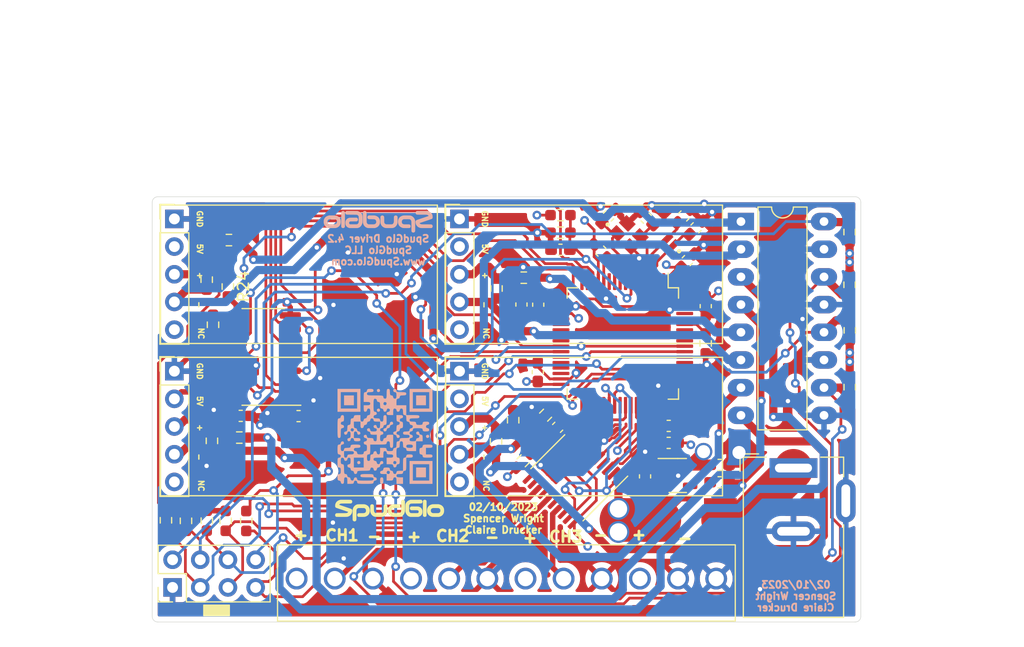
<source format=kicad_pcb>
(kicad_pcb (version 20211014) (generator pcbnew)
  (layers (0 "F.Cu" signal) (1 "In1.Cu" power "GND.Cu") (2 "In2.Cu" power "PWR.Cu") (31 "B.Cu" signal) (34 "B.Paste" user) (35 "F.Paste" user) (36 "B.SilkS" user "B.Silkscreen") (37 "F.SilkS" user "F.Silkscreen") (38 "B.Mask" user) (39 "F.Mask" user) (44 "Edge.Cuts" user))
  (net 0 "")
  (net 1 "Net-(F1-Pad1)")
  (net 2 "+5V")
  (net 3 "/spudglo_v4p2_micro/TIM1_CH1_SHIFT")
  (net 4 "GND1")
  (net 5 "/spudglo_v4p2_micro/TIM1_CH2_SHIFT")
  (net 6 "/spudglo_v4p2_micro/TIM1_CH3_SHIFT")
  (net 7 "INT_LVL_EN")
  (net 9 "+3V3")
  (net 10 "/spudglo_v4p2_micro/LVL_DIR")
  (net 12 "/spudglo_v4p2_micro/TIM1_CH3")
  (net 14 "/spudglo_v4p2_micro/TIM1_CH2")
  (net 16 "/spudglo_v4p2_micro/TIM1_CH1")
  (net 24 "/spudglo_v4p2_micro/LVL_EN")
  (net 25 "WKUP1")
  (net 26 "WKUP2")
  (net 27 "WKUP3")
  (net 28 "WKUP4")
  (net 31 "/INT_4")
  (net 32 "/INT_3")
  (net 33 "/INT_2")
  (net 34 "/INT_1")
  (net 35 "Net-(C4-Pad1)")
  (net 36 "/spudglo_v4p2_micro/OSC48_HI")
  (net 37 "/spudglo_v4p2_micro/OSC48_LO")
  (net 38 "/spudglo_v4p2_micro/NRST")
  (net 62 "/spudglo_v4p2_micro/SWDIO")
  (net 63 "/spudglo_v4p2_micro/SWCLK")
  (net 64 "/spudglo_v4p2_micro/JTDI")
  (net 69 "/spudglo_v4p2_micro/JTDO")
  (net 70 "/spudglo_v4p2_micro/NJTRST")
  (net 74 "/spudglo_v4p2_micro/BOOT0")
  (net 77 "Net-(R6-Pad1)")
  (net 78 "/OUT_1_N")
  (net 79 "Net-(R7-Pad1)")
  (net 80 "/OUT_2_N")
  (net 81 "Net-(R8-Pad1)")
  (net 82 "/OUT_3_N")
  (net 83 "Net-(R9-Pad1)")
  (net 84 "/OUT_4_N")
  (net 85 "/OUT_3_P")
  (net 87 "/OUT_2_P")
  (net 89 "/OUT_4_P")
  (net 91 "/OUT_1_P")
  (net 93 "Net-(C5-Pad1)")
  (footprint "Resistor_SMD:R_0603_1608Metric_Pad0.98x0.95mm_HandSolder" (layer "F.Cu") (at 207.51 77.7525 -90)
    (fp_text reference "R18" hide)
    (fp_text value "10k")
  )
  (footprint "Resistor_SMD:R_0603_1608Metric_Pad0.98x0.95mm_HandSolder" (layer "F.Cu") (at 206.8725 70.1 180)
    (fp_text reference "R7" hide)
    (fp_text value "1k")
  )
  (footprint "Capacitor_SMD:C_0603_1608Metric_Pad1.08x0.95mm_HandSolder" (layer "F.Cu") (at 244.1 73.66 -90)
    (fp_text reference "C15" hide)
    (fp_text value "1u")
  )
  (footprint "Connector_PinHeader_2.54mm:PinHeader_1x05_P2.54mm_Vertical" (layer "F.Cu") (at 200.914 64.008)
    (fp_text reference "U4" hide)
    (fp_text value "receiver_433MHz")
  )
  (footprint "ECS-:XTAL_ECS-.327-9-1210-TR" (layer "F.Cu") (at 246.4 52.18 135)
    (fp_text reference "U7" hide)
    (fp_text value "ECS-.327-9-1210-TR")
  )
  (footprint "Package_QFP:LQFP-64_10x10mm_P0.5mm" (layer "F.Cu") (at 242.062 61.468 -90)
    (fp_text reference "U10" hide)
    (fp_text value "STM32L431RCTx")
  )
  (footprint "Capacitor_SMD:C_0603_1608Metric_Pad1.08x0.95mm_HandSolder" (layer "F.Cu") (at 212.31 68.13)
    (fp_text reference "C1" hide)
    (fp_text value "1u")
  )
  (footprint "Resistor_SMD:R_0603_1608Metric_Pad0.98x0.95mm_HandSolder" (layer "F.Cu") (at 205.92 51.98 180)
    (fp_text reference "R6" hide)
    (fp_text value "1k")
  )
  (footprint "Capacitor_SMD:C_0603_1608Metric_Pad1.08x0.95mm_HandSolder" (layer "F.Cu") (at 236.34 52.87 180)
    (fp_text reference "C8" hide)
    (fp_text value "0.1u")
  )
  (footprint "Package_DIP:DIP-16_W7.62mm_LongPads" (layer "F.Cu") (at 252.9 50.28)
    (fp_text reference "U6" hide)
    (fp_text value "PS2501-4")
  )
  (footprint "Connector_PinHeader_2.54mm:PinHeader_1x05_P2.54mm_Vertical" (layer "F.Cu") (at 227.076 50.038)
    (fp_text reference "U5" hide)
    (fp_text value "receiver_433MHz")
  )
  (footprint "Resistor_SMD:R_0603_1608Metric_Pad0.98x0.95mm_HandSolder" (layer "F.Cu") (at 230.43 70.44 -90)
    (fp_text reference "R3" hide)
    (fp_text value "10k")
  )
  (footprint "Resistor_SMD:R_0603_1608Metric_Pad0.98x0.95mm_HandSolder" (layer "F.Cu") (at 232.92 72.23 45)
    (fp_text reference "R14" hide)
    (fp_text value "10k")
  )
  (footprint "srw_custom:2410FA" (layer "F.Cu") (at 251.01 81.66 180)
    (fp_text reference "F1" hide)
    (fp_text value "Fuse-2410FA")
  )
  (footprint "Capacitor_SMD:C_0603_1608Metric_Pad1.08x0.95mm_HandSolder" (layer "F.Cu") (at 250.94 74.2)
    (fp_text reference "C19" hide)
    (fp_text value "10u")
  )
  (footprint "XTAL_ECS-480-8-36-RWN-TR" (layer "F.Cu") (at 242.61 51.51 -45)
    (fp_text reference "U8" hide)
    (fp_text value "ECS-480-8-36-RWN-TR")
  )
  (footprint "Capacitor_SMD:C_0603_1608Metric_Pad1.08x0.95mm_HandSolder" (layer "F.Cu") (at 234.3 57.91 90)
    (fp_text reference "C10" hide)
    (fp_text value "0.1u")
  )
  (footprint "Resistor_SMD:R_0603_1608Metric_Pad0.98x0.95mm_HandSolder" (layer "F.Cu") (at 262.87 51.2425 90)
    (fp_text reference "R10" hide)
    (fp_text value "10k")
  )
  (footprint "Resistor_SMD:R_0603_1608Metric_Pad0.98x0.95mm_HandSolder" (layer "F.Cu") (at 203.88 55.61 -90)
    (fp_text reference "R1" hide)
    (fp_text value "10k")
  )
  (footprint "Resistor_SMD:R_0603_1608Metric_Pad0.98x0.95mm_HandSolder" (layer "F.Cu") (at 232 68.5075 -90)
    (fp_text reference "R9" hide)
    (fp_text value "1k")
  )
  (footprint "Capacitor_SMD:C_0603_1608Metric_Pad1.08x0.95mm_HandSolder" (layer "F.Cu") (at 234.26 64.0925 90)
    (fp_text reference "C12" hide)
    (fp_text value "0.1u")
  )
  (footprint "Resistor_SMD:R_0603_1608Metric_Pad0.98x0.95mm_HandSolder" (layer "F.Cu") (at 205.62 77.74 -90)
    (fp_text reference "R20" hide)
    (fp_text value "10k")
  )
  (footprint "Capacitor_SMD:C_0603_1608Metric_Pad1.08x0.95mm_HandSolder" (layer "F.Cu") (at 246.2725 69.03 180)
    (fp_text reference "C16" hide)
    (fp_text value "0.01u")
  )
  (footprint "Capacitor_SMD:C_0603_1608Metric_Pad1.08x0.95mm_HandSolder" (layer "F.Cu") (at 247.658198 49.768438 45)
    (fp_text reference "C5" hide)
    (fp_text value "8p")
  )
  (footprint "Connector_PinHeader_2.54mm:PinHeader_1x05_P2.54mm_Vertical" (layer "F.Cu") (at 200.914 50.038)
    (fp_text reference "U1" hide)
    (fp_text value "receiver_433MHz")
  )
  (footprint "Resistor_SMD:R_0603_1608Metric_Pad0.98x0.95mm_HandSolder" (layer "F.Cu") (at 236.3375 51.3 180)
    (fp_text reference "R23" hide)
    (fp_text value "DNI")
  )
  (footprint "srw_custom:1984714" (layer "F.Cu") (at 212.13 83.04)
    (fp_text reference locked "J3" hide)
    (fp_text value locked "terminal_custom_12pin")
  )
  (footprint "Resistor_SMD:R_0603_1608Metric_Pad0.98x0.95mm_HandSolder" (layer "F.Cu") (at 204.36 70.4 -90)
    (fp_text reference "R4" hide)
    (fp_text value "10k")
  )
  (footprint "Resistor_SMD:R_0603_1608Metric_Pad0.98x0.95mm_HandSolder" (layer "F.Cu") (at 205.82 56.2425 -90)
    (fp_text reference "R24")
    (fp_text value "DNI")
  )
  (footprint "Package_TO_SOT_SMD:SOT-23-5" (layer "F.Cu") (at 247.1 73.58)
    (fp_text reference "U11" hide)
    (fp_text value "LP5907MFX-3.3")
  )
  (footprint "Capacitor_SMD:C_0603_1608Metric_Pad1.08x0.95mm_HandSolder" (layer "F.Cu") (at 240.75012 49.76988 45)
    (fp_text reference "C3" hide)
    (fp_text value "6p")
  )
  (footprint "Capacitor_SMD:C_0603_1608Metric_Pad1.08x0.95mm_HandSolder" (layer "F.Cu") (at 240.04012 52.99012 -45)
    (fp_text reference "C13" hide)
    (fp_text value "0.1u")
  )
  (footprint "Connector_PinHeader_2.54mm:PinHeader_2x04_P2.54mm_Vertical" (layer "F.Cu") (at 200.75 83.85 90)
    (fp_text reference "J1" hide)
    (fp_text value locked "Conn_01x08_Male")
  )
  (footprint "Resistor_SMD:R_0603_1608Metric_Pad0.98x0.95mm_HandSolder" (layer "F.Cu") (at 262.89 60.26 90)
    (fp_text reference "R13" hide)
    (fp_text value "10k")
  )
  (footprint "Resistor_SMD:R_0603_1608Metric_Pad0.98x0.95mm_HandSolder" (layer "F.Cu") (at 204.46 59.75 -90)
    (fp_text reference "R2" hide)
    (fp_text value "10k")
  )
  (footprint "Resistor_SMD:R_0603_1608Metric_Pad0.98x0.95mm_HandSolder" (layer "F.Cu") (at 232.9725 55.43 180)
    (fp_text reference "R8" hide)
    (fp_text value "1k")
  )
  (footprint "LOGO" (layer "F.Cu") (at 220.66 76.8)
    (fp_text reference "G***" hide)
    (fp_text value "LOGO" hide)
  )
  (footprint "Connector_BarrelJack:BarrelJack_Wuerth_6941xx301002" (layer "F.Cu") (at 257.718 72.898)
    (fp_text reference "J2" hide)
    (fp_text value "Barrel_Jack_Switch")
  )
  (footprint "Capacitor_SMD:C_0603_1608Metric_Pad1.08x0.95mm_HandSolder" (layer "F.Cu") (at 249.67 58.04 -90)
    (fp_text reference "C9" hide)
    (fp_text value "0.1u")
  )
  (footprint "Resistor_SMD:R_0603_1608Metric_Pad0.98x0.95mm_HandSolder" (layer "F.Cu") (at 234.974765 68.045235 45)
    (fp_text reference "R17" hide)
    (fp_text value "10k")
  )
  (footprint "Capacitor_SMD:C_0603_1608Metric_Pad1.08x0.95mm_HandSolder" (layer "F.Cu") (at 250.94 72.61)
    (fp_text reference "C18" hide)
    (fp_text value "1u")
  )
  (footprint "Resistor_SMD:R_0603_1608Metric_Pad0.98x0.95mm_HandSolder" (layer "F.Cu") (at 262.88 65.4725 -90)
    (fp_text reference "R11" hide)
    (fp_text value "10k")
  )
  (footprint "Connector_PinHeader_2.54mm:PinHeader_1x05_P2.54mm_Vertical" (layer "F.Cu") (at 227.076 64.008)
    (fp_text reference "U3" hide)
    (fp_text value "receiver_433MHz")
  )
  (footprint "Capacitor_SMD:C_0603_1608Metric_Pad1.08x0.95mm_HandSolder" (layer "F.Cu") (at 246.27 70.59 180)
    (fp_text reference "C17" hide)
    (fp_text value "1u")
  )
  (footprint "Capacitor_SMD:C_0603_1608Metric_Pad1.08x0.95mm_HandSolder" (layer "F.Cu") (at 248.778198 50.848438 45)
    (fp_text reference "C4" hide)
    (fp_text value "8p")
  )
  (footprint "Resistor_SMD:R_0603_1608Metric_Pad0.98x0.95mm_HandSolder" (layer "F.Cu") (at 249.66 61.4625 -90)
    (fp_text reference "R15" hide)
    (fp_text value "10k")
  )
  (footprint "Capacitor_SMD:C_0603_1608Metric_Pad1.08x0.95mm_HandSolder" (layer "F.Cu") (at 207.0025 68.11)
    (fp_text reference "C2" hide)
    (fp_text value "1u")
  )
  (footprint "Capacitor_SMD:C_0603_1608Metric_Pad1.08x0.95mm_HandSolder" (layer "F.Cu") (at 244.21012 49.97012 135)
    (fp_text reference "C7" hide)
    (fp_text value "6p")
  )
  (footprint "Resistor_SMD:R_0603_1608Metric_Pad0.98x0.95mm_HandSolder" (layer "F.Cu") (at 230.47 56.4225 -90)
    (fp_text reference "R5" hide)
    (fp_text value "10k")
  )
  (footprint "Resistor_SMD:R_0603_1608Metric_Pad0.98x0.95mm_HandSolder" (layer "F.Cu") (at 236.3375 49.69)
    (fp_text reference "R16" hide)
    (fp_text value "10k")
  )
  (footprint "Capacitor_SMD:C_0603_1608Metric_Pad1.08x0.95mm_HandSolder" (layer "F.Cu") (at 232.76 57.8925 90)
    (fp_text reference "C14" hide)
    (fp_text value "4.7u")
  )
  (footprint "Capacitor_SMD:C_0603_1608Metric_Pad1.08x0.95mm_HandSolder" (layer "F.Cu") (at 247.98 53.86 45)
    (fp_text reference "C11" hide)
    (fp_text value "0.1u")
  )
  (footprint "Package_SO:TSSOP-20_4.4x6.5mm_P0.65mm" (layer "F.Cu") (at 237.57 73.79 -135)
    (fp_text reference "U9" hide)
    (fp_text value "SN74HCT245PW")
  )
  (footprint "Resistor_SMD:R_0603_1608Metric_Pad0.98x0.95mm_HandSolder" (layer "F.Cu") (at 203.89 77.7225 -90)
    (fp_text reference "R19" hide)
    (fp_text value "10k")
  )
  (footprint "Package_SO:SOIC-14_3.9x8.7mm_P1.27mm" (layer "F.Cu") (at 209.07 62.7 180)
    (fp_text reference "U2" hide)
    (fp_text value "TXS0104EDR")
  )
  (footprint "Resistor_SMD:R_0603_1608Metric_Pad0.98x0.95mm_HandSolder" (layer "F.Cu") (at 262.87 56.08 -90)
    (fp_text reference "R12" hide)
    (fp_text value "10k")
  )
  (footprint "Resistor_SMD:R_0603_1608Metric_Pad0.98x0.95mm_HandSolder" (layer "F.Cu") (at 200.14 77.69 -90)
    (fp_text reference "R22" hide)
    (fp_text value "10k")
  )
  (footprint "Resistor_SMD:R_0603_1608Metric_Pad0.98x0.95mm_HandSolder" (layer "F.Cu") (at 201.98 77.74 -90)
    (fp_text reference "R21" hide)
    (fp_text value "10k")
  )
  (footprint "Capacitor_SMD:C_0603_1608Metric_Pad1.08x0.95mm_HandSolder" (layer "F.Cu") (at 236.07988 69.16012 45)
    (fp_text reference "C6" hide)
    (fp_text value "0.1u")
  )
  (footprint "LOGO" (layer "B.Cu") (at 220.24 69.99 180)
    (fp_text reference "G***" hide)
    (fp_text value "LOGO" hide)
  )
  (footprint "LOGO" (layer "B.Cu") (at 219.62 50.3 180)
    (fp_text reference "G***" hide)
    (fp_text value "LOGO" hide)
  )
  (gr_line locked (start 225.044 48.768) (end 225.043997 61.467998) (layer "F.SilkS") (width 0.12))
  (gr_line locked (start 251.205997 75.437998) (end 225.805998 75.437999) (layer "F.SilkS") (width 0.12))
  (gr_line locked (start 199.643998 61.467999) (end 199.643998 48.768) (layer "F.SilkS") (width 0.12))
  (gr_poly (pts (xy 203.63 86.435401) (xy 203.63 86.41) (xy 203.6046 86.4354) (xy 203.6046 85.470201) (xy 205.9668 85.4702) (xy 205.966801 86.4354)) (layer "F.SilkS") (width 0.1) (fill solid))
  (gr_line locked (start 225.805998 62.738) (end 251.206 62.738) (layer "F.SilkS") (width 0.12))
  (gr_line locked (start 225.806 48.768002) (end 251.206002 48.768002) (layer "F.SilkS") (width 0.12))
  (gr_line locked (start 225.044 62.738) (end 225.043997 75.437998) (layer "F.SilkS") (width 0.12))
  (gr_line locked (start 225.043997 61.467998) (end 199.643998 61.467999) (layer "F.SilkS") (width 0.12))
  (gr_line locked (start 251.206 62.738) (end 251.205997 75.437998) (layer "F.SilkS") (width 0.12))
  (gr_line locked (start 225.805998 75.437999) (end 225.805998 62.738) (layer "F.SilkS") (width 0.12))
  (gr_line locked (start 251.206002 48.768002) (end 251.205999 61.468) (layer "F.SilkS") (width 0.12))
  (gr_line locked (start 199.643998 62.738) (end 225.044 62.738) (layer "F.SilkS") (width 0.12))
  (gr_line locked (start 199.643998 75.437999) (end 199.643998 62.738) (layer "F.SilkS") (width 0.12))
  (gr_line locked (start 225.043997 75.437998) (end 199.643998 75.437999) (layer "F.SilkS") (width 0.12))
  (gr_line locked (start 225.806 61.468001) (end 225.806 48.768002) (layer "F.SilkS") (width 0.12))
  (gr_line locked (start 199.643998 48.768) (end 225.044 48.768) (layer "F.SilkS") (width 0.12))
  (gr_line locked (start 251.205999 61.468) (end 225.806 61.468001) (layer "F.SilkS") (width 0.12))
  (gr_arc (start 263.898 86.514) (mid 263.74921 86.87321) (end 263.39 87.022) (layer "Edge.Cuts") (width 0.05))
  (gr_line (start 263.898 86.514) (end 263.898 48.514) (layer "Edge.Cuts") (width 0.05))
  (gr_line (start 263.39 87.022) (end 199.389999 87.022) (layer "Edge.Cuts") (width 0.05))
  (gr_arc locked (start 198.882 48.514) (mid 199.03079 48.15479) (end 199.39 48.006) (layer "Edge.Cuts") (width 0.05))
  (gr_line locked (start 199.39 48.006) (end 263.39 48.006) (layer "Edge.Cuts") (width 0.05))
  (gr_arc (start 263.39 48.006) (mid 263.74921 48.15479) (end 263.898 48.514) (layer "Edge.Cuts") (width 0.05))
  (gr_arc (start 199.389999 87.022) (mid 199.030796 86.873203) (end 198.882 86.514) (layer "Edge.Cuts") (width 0.05))
  (gr_line locked (start 198.882 86.514) (end 198.882 48.514) (layer "Edge.Cuts") (width 0.05))
  (gr_text "SpudGlo Driver 4.2\nSpudGlo LLC\nwww.SpudGlo.com" (at 219.62 52.9) (layer "B.SilkS") (effects (font (size 0.65 0.65) (thickness 0.1625)) (justify mirror)))
  (gr_text "02/10/2023\nSpencer Wright\nClaire Drucker\n" (at 257.94 84.65) (layer "B.SilkS") (effects (font (size 0.65 0.65) (thickness 0.1625)) (justify mirror)))
  (gr_text "CH3" (at 236.83 79.2) (layer "F.SilkS") (effects (font (size 1 1) (thickness 0.25))))
  (gr_text "+" (at 243.54 78.99) (layer "F.SilkS") (effects (font (size 1 1) (thickness 0.25)) (justify mirror)))
  (gr_text "-" (at 240.03 79.02) (layer "F.SilkS") (effects (font (size 1 1) (thickness 0.25)) (justify mirror)))
  (gr_text "+" (at 212.53 79.04) (layer "F.SilkS") (effects (font (size 1 1) (thickness 0.25)) (justify mirror)))
  (gr_text "GND" (at 203.233706 50.037464 270) (layer "F.SilkS") (effects (font (size 0.5 0.5) (thickness 0.125))))
  (gr_text "-" (at 203.125905 57.918067 90) (layer "F.SilkS") (effects (font (size 0.5 0.5) (thickness 0.125))))
  (gr_text "-" (at 219.26 79.15) (layer "F.SilkS") (effects (font (size 1 1) (thickness 0.25)) (justify mirror)))
  (gr_text "-" (at 229.287907 57.918069 90) (layer "F.SilkS") (effects (font (size 0.5 0.5) (thickness 0.125))))
  (gr_text "-" (at 230.07 79.22) (layer "F.SilkS") (effects (font (size 1 1) (thickness 0.25)) (justify mirror)))
  (gr_text "NC" (at 229.525524 74.51817 270) (layer "F.SilkS") (effects (font (size 0.5 0.5) (thickness 0.125))))
  (gr_text "+" (at 229.427606 55.238368 270) (layer "F.SilkS") (effects (font (size 0.5 0.5) (thickness 0.125))))
  (gr_text "5V" (at 203.252903 52.787265 270) (layer "F.SilkS") (effects (font (size 0.5 0.5) (thickness 0.125))))
  (gr_text "+" (at 222.91 79.16) (layer "F.SilkS") (effects (font (size 1 1) (thickness 0.25)) (justify mirror)))
  (gr_text "02/10/2023\nSpencer Wright\nClaire Drucker\n" (at 231.11 77.52) (layer "F.SilkS") (effects (font (size 0.65 0.65) (thickness 0.1625))))
  (gr_text "GND" (at 229.395708 50.037466 270) (layer "F.SilkS") (effects (font (size 0.5 0.5) (thickness 0.125))))
  (gr_text "GND" (at 229.395706 64.007464 270) (layer "F.SilkS") (effects (font (size 0.5 0.5) (thickness 0.125))))
  (gr_text "CH2" (at 226.45 79.13) (layer "F.SilkS") (effects (font (size 1 1) (thickness 0.25))))
  (gr_text "+" (at 233.54 79.28) (layer "F.SilkS") (effects (font (size 1 1) (thickness 0.25)) (justify mirror)))
  (gr_text "5V" (at 229.414905 52.787267 270) (layer "F.SilkS") (effects (font (size 0.5 0.5) (thickness 0.125))))
  (gr_text "+" (at 203.265604 55.238366 270) (layer "F.SilkS") (effects (font (size 0.5 0.5) (thickness 0.125))))
  (gr_text "-" (at 247.77 79.33) (layer "F.SilkS") (effects (font (size 1 1) (thickness 0.25)) (justify mirror)))
  (gr_text "NC" (at 203.363524 60.54817 270) (layer "F.SilkS") (effects (font (size 0.5 0.5) (thickness 0.125))))
  (gr_text "5V" (at 229.414903 66.757265 270) (layer "F.SilkS") (effects (font (size 0.5 0.5) (thickness 0.125))))
  (gr_text "NC" (at 203.363524 74.51817 270) (layer "F.SilkS") (effects (font (size 0.5 0.5) (thickness 0.125))))
  (gr_text "CH1" (at 216.3 79.08) (layer "F.SilkS") (effects (font (size 1 1) (thickness 0.25))))
  (gr_text "5V" (at 203.252903 66.757265 270) (layer "F.SilkS") (effects (font (size 0.5 0.5) (thickness 0.125))))
  (gr_text "-" (at 229.287905 71.888067 90) (layer "F.SilkS") (effects (font (size 0.5 0.5) (thickness 0.125))))
  (gr_text "-" (at 203.125905 71.888067 90) (layer "F.SilkS") (effects (font (size 0.5 0.5) (thickness 0.125))))
  (gr_text "+" (at 229.427604 69.208366 270) (layer "F.SilkS") (effects (font (size 0.5 0.5) (thickness 0.125))))
  (gr_text "+" (at 203.265604 69.208366 270) (layer "F.SilkS") (effects (font (size 0.5 0.5) (thickness 0.125))))
  (gr_text "NC" (at 229.525526 60.548172 270) (layer "F.SilkS") (effects (font (size 0.5 0.5) (thickness 0.125))))
  (gr_text "GND" (at 203.233706 64.007464 270) (layer "F.SilkS") (effects (font (size 0.5 0.5) (thickness 0.125))))
  (segment (start 257.718 73.115402) (end 253.173402 77.66) (width 3.5) (layer "F.Cu") (net 1))
  (segment (start 251.01 77.66) (end 253.09 77.66) (width 2) (layer "F.Cu") (net 1))
  (segment (start 257.718 72.898) (end 257.718 73.115402) (width 3.5) (layer "F.Cu") (net 1))
  (segment (start 253.173402 77.66) (end 251.01 77.66) (width 3.5) (layer "F.Cu") (net 1))
  (segment (start 239.63 73.93) (end 235.47 69.77) (width 0.25) (layer "F.Cu") (net 2))
  (segment (start 245.9625 72.63) (end 244.2675 72.63) (width 0.75) (layer "F.Cu") (net 2))
  (segment (start 245.41 77.66) (end 241.95 77.66) (width 4) (layer "F.Cu") (net 2))
  (segment (start 262.88 61.1825) (end 262.89 61.1725) (width 0.75) (layer "F.Cu") (net 2))
  (segment (start 243.561359 72.7975) (end 244.1 72.7975) (width 0.75) (layer "F.Cu") (net 2))
  (segment (start 250.0775 74.4425) (end 248.81 75.71) (width 0.5) (layer "F.Cu") (net 2))
  (segment (start 262.88 62.31) (end 262.88 61.1825) (width 0.75) (layer "F.Cu") (net 2))
  (segment (start 247.31 75.66) (end 245.41 75.66) (width 0.5) (layer "F.Cu") (net 2))
  (segment (start 244.2675 72.63) (end 244.1 72.7975) (width 0.75) (layer "F.Cu") (net 2))
  (segment (start 206.595 66.51) (end 204.85 66.51) (width 0.5) (layer "F.Cu") (net 2))
  (segment (start 241.66 74.932589) (end 243.12443 73.468159) (width 0.75) (layer "F.Cu") (net 2))
  (segment (start 237.614194 77.88238) (end 237.614194 78.854194) (width 0.25) (layer "F.Cu") (net 2))
  (segment (start 204.85 66.51) (end 204.25 65.91) (width 0.5) (layer "F.Cu") (net 2))
  (segment (start 247.36 75.71) (end 247.31 75.66) (width 0.5) (layer "F.Cu") (net 2))
  (segment (start 237.614194 77.88238) (end 239.63 75.866574) (width 0.25) (layer "F.Cu") (net 2))
  (segment (start 262.87 53.2) (end 262.87 54.01) (width 0.75) (layer "F.Cu") (net 2))
  (segment (start 239.63 75.866574) (end 239.63 73.93) (width 0.25) (layer "F.Cu") (net 2))
  (segment (start 245.41 75.66) (end 245.41 75.0825) (width 0.5) (layer "F.Cu") (net 2))
  (segment (start 262.88 63.15) (end 262.88 62.31) (width 0.75) (layer "F.Cu") (net 2))
  (segment (start 243.12443 73.468159) (end 243.12443 73.234429) (width 0.75) (layer "F.Cu") (net 2))
  (segment (start 245.41 75.0825) (end 245.9625 74.53) (width 0.5) (layer "F.Cu") (net 2))
  (segment (start 262.87 52.155) (end 262.87 53.2) (width 0.75) (layer "F.Cu") (net 2))
  (segment (start 250.0775 74.2) (end 250.0775 74.4425) (width 0.5) (layer "F.Cu") (net 2))
  (segment (start 262.87 54.01) (end 262.87 55.1675) (width 0.75) (layer "F.Cu") (net 2))
  (segment (start 243.12443 73.234429) (end 243.561359 72.7975) (width 0.75) (layer "F.Cu") (net 2))
  (segment (start 248.81 75.71) (end 247.36 75.71) (width 0.5) (layer "F.Cu") (net 2))
  (segment (start 206.14 68.11) (end 206.14 66.965) (width 0.5) (layer "F.Cu") (net 2))
  (segment (start 241.95 77.66) (end 241.94 77.65) (width 4) (layer "F.Cu") (net 2))
  (segment (start 201.552 65.91) (end 200.914 66.548) (width 0.5) (layer "F.Cu") (net 2))
  (segment (start 262.88 64.56) (end 262.88 63.15) (width 0.75) (layer "F.Cu") (net 2))
  (segment (start 247.36 75.71) (end 245.41 77.66) (width 0.5) (layer "F.Cu") (net 2))
  (segment (start 237.614194 78.854194) (end 238.84 80.08) (width 0.25) (layer "F.Cu") (net 2))
  (segment (start 245.41 77.66) (end 245.41 75.66) (width 0.5) (layer "F.Cu") (net 2))
  (segment (start 204.25 65.91) (end 201.552 65.91) (width 0.5) (layer "F.Cu") (net 2))
  (segment (start 206.14 66.965) (end 206.595 66.51) (width 0.5) (layer "F.Cu") (net 2))
  (segment (start 241.66 76.64) (end 241.66 74.932589) (width 0.75) (layer "F.Cu") (net 2))
  (via (at 262.87 54.01) (size 0.8) (drill 0.4) (layers "F.Cu" "B.Cu") (net 2))
  (via (at 262.88 63.15) (size 0.8) (drill 0.4) (layers "F.Cu" "B.Cu") (net 2))
  (via (at 262.87 53.2) (size 0.8) (drill 0.4) (layers "F.Cu" "B.Cu") (net 2))
  (via (at 238.84 80.08) (size 0.8) (drill 0.4) (layers "F.Cu" "B.Cu") (net 2))
  (via (at 262.88 62.31) (size 0.8) (drill 0.4) (layers "F.Cu" "B.Cu") (net 2))
  (via (at 241.66 76.64) (size 2) (drill 1.6) (layers "F.Cu" "B.Cu") (net 2))
  (via (at 241.66 78.76) (size 2) (drill 1.6) (layers "F.Cu" "B.Cu") (net 2))
  (segment (start 219.25 79.76) (end 215.97 83.04) (width 0.5) (layer "F.Cu") (net 3))
  (segment (start 231.78 75.63) (end 227.65 79.76) (width 0.5) (layer "F.Cu") (net 3))
  (segment (start 234.396858 74.665045) (end 233.431903 75.63) (width 0.5) (layer "F.Cu") (net 3))
  (segment (start 233.431903 75.63) (end 231.78 75.63) (width 0.5) (layer "F.Cu") (net 3))
  (segment (start 227.65 79.76) (end 219.25 79.76) (width 0.5) (layer "F.Cu") (net 3))
  (segment (start 215.97 83.04) (end 215.63 83.04) (width 0.5) (layer "F.Cu") (net 3))
  (segment (start 232.76 57.03) (end 234.2825 57.03) (width 0.75) (layer "F.Cu") (net 4))
  (segment (start 237.562 58.218) (end 237.73 58.05) (width 0.25) (layer "F.Cu") (net 4))
  (segment (start 213.1725 68.13) (end 213.1725 67.1975) (width 0.5) (layer "F.Cu") (net 4))
  (segment (start 248.58988 53.25012) (end 249.41 52.43) (width 0.25) (layer "F.Cu") (net 4))
  (segment (start 207.95 68.11) (end 208.79 68.95) (width 0.5) (layer "F.Cu") (net 4))
  (segment (start 238.16 69.16) (end 238.490787 69.16) (width 0.25) (layer "F.Cu") (net 4))
  (segment (start 234.925165 76.965165) (end 234.92 76.97033) (width 0.5) (layer "F.Cu") (net 4))
  (segment (start 249.66 62.375) (end 249.66 63.32) (width 0.25) (layer "F.Cu") (net 4))
  (segment (start 207.865 68.11) (end 207.95 68.11) (width 0.5) (layer "F.Cu") (net 4))
  (segment (start 251.8025 72.61) (end 251.8025 72.3875) (width 1) (layer "F.Cu") (net 4))
  (segment (start 244.162 70.019396) (end 242.805698 71.375698) (width 0.25) (layer "F.Cu") (net 4))
  (segment (start 241.08 48.88) (end 240.02 48.88) (width 0.25) (layer "F.Cu") (net 4))
  (segment (start 241.36 49.16) (end 241.08 48.88) (width 0.25) (layer "F.Cu") (net 4))
  (segment (start 233.57 76.33) (end 233.57 76.34043) (width 0.5) (layer "F.Cu") (net 4))
  (segment (start 235.62 67.4) (end 235.62 67.48048) (width 0.5) (layer "F.Cu") (net 4))
  (segment (start 244.11 71.4) (end 244.162 71.348) (width 0.25) (layer "F.Cu") (net 4))
  (segment (start 249.66 63.32) (end 249.77 63.43) (width 0.25) (layer "F.Cu") (net 4))
  (segment (start 236.68976 68.861574) (end 237.525806 69.69762) (width 0.5) (layer "F.Cu") (net 4))
  (segment (start 244.162 69.898) (end 244.162 68.448432) (width 0.25) (layer "F.Cu") (net 4))
  (segment (start 235.425 51.3) (end 234.22 51.3) (width 0.25) (layer "F.Cu") (net 4))
  (segment (start 243.262 69.424396) (end 243.262 68.88) (width 0.25) (layer "F.Cu") (net 4))
  (segment (start 234.375815 57.0475) (end 234.3 57.0475) (width 0.25) (layer "F.Cu") (net 4))
  (segment (start 242.805698 71.375698) (end 242.805698 71.716003) (width 0.25) (layer "F.Cu") (net 4))
  (segment (start 229.63 82.26033) (end 229.63 83.04) (width 0.5) (layer "F.Cu") (net 4))
  (segment (start 237.62238 69.69762) (end 238.16 69.16) (width 0.25) (layer "F.Cu") (net 4))
  (segment (start 244.162 68.448432) (end 243.951784 68.238216) (width 0.25) (layer "F.Cu") (net 4))
  (segment (start 247.737 58.218) (end 246.512 58.218) (width 0.25) (layer "F.Cu") (net 4))
  (segment (start 235.355995 64.718) (end 234.26 63.622005) (width 0.25) (layer "F.Cu") (net 4))
  (segment (start 252.71 74.2) (end 253.01 74.5) (width 0.5) (layer "F.Cu") (net 4))
  (segment (start 242.805698 71.716003) (end 242.026701 72.495) (width 0.25) (layer "F.Cu") (net 4))
  (segment (start 237.525806 69.69762) (end 237.62238 69.69762) (width 0.25) (layer "F.Cu") (net 4))
  (segment (start 239.160394 69.829606) (end 239.95 69.04) (width 0.25) (layer "F.Cu") (net 4))
  (segment (start 249.041442 49.158558) (end 249.53 48.67) (width 0.25) (layer "F.Cu") (net 4))
  (segment (start 232.3 76.33) (end 233.57 76.33) (width 0.5) (layer "F.Cu") (net 4))
  (segment (start 241.288604 70.125) (end 242.356802 69.056802) (width 0.25) (layer "F.Cu") (net 4))
  (segment (start 227.675025 78.745025) (end 231.54005 74.88) (width 0.5) (layer "F.Cu") (net 4))
  (segment (start 242.468579 50.44934) (end 242.51114 50.44934) (width 0.25) (layer "F.Cu") (net 4))
  (segment (start 211.265 57.655) (end 211.545 57.935) (width 0.25) (layer "F.Cu") (net 4))
  (segment (start 234.925165 76.974835) (end 234.925165 76.965165) (width 0.5) (layer "F.Cu") (net 4))
  (segment (start 204.2595 60.6625) (end 200.914 64.008) (width 0.5) (layer "F.Cu") (net 4))
  (segment (start 245.312 67.143) (end 245.312 68.932) (width 0.25) (layer "F.Cu") (net 4))
  (segment (start 241.56 71.3) (end 241.56 71.126396) (width 0.25) (layer "F.Cu") (net 4))
  (segment (start 238.43 81.34) (end 240.13 83.04) (width 0.5) (layer "F.Cu") (net 4))
  (segment (start 227.460025 78.960025) (end 227.675025 78.745025) (width 0.5) (layer "F.Cu") (net 4))
  (segment (start 211.545 57.935) (end 211.545 58.89) (width 0.25) (layer "F.Cu") (net 4))
  (segment (start 251.8025 72.3875) (end 252.72 71.47) (width 1) (layer "F.Cu") (net 4))
  (segment (start 249.41 52.43) (end 249.48 52.43) (width 0.25) (layer "F.Cu") (net 4))
  (segment (start 240.312 55.793) (end 240.312 57.142) (width 0.25) (layer "F.Cu") (net 4))
  (segment (start 218.42 82.33) (end 219.13 83.04) (width 0.5) (layer "F.Cu") (net 4))
  (segment (start 248.268078 49.158558) (end 249.041442 49.158558) (width 0.25) (layer "F.Cu") (net 4))
  (segment (start 216.83005 81.19) (end 218.495025 79.525025) (width 0.5) (layer "F.Cu") (net 4))
  (segment (start 218.495025 79.525025) (end 219.060025 78.960025) (width 0.5) (layer "F.Cu") (net 4))
  (segment (start 242.356802 68.866802) (end 242.343198 68.853198) (width 0.25) (layer "F.Cu") (net 4))
  (segment (start 242.751421 52.57066) (end 243.56 53.379239) (width 0.25) (layer "F.Cu") (net 4))
  (segment (start 235.4775 52.87) (end 235.4775 51.3525) (width 0.25) (layer "F.Cu") (net 4))
  (segment (start 241.27 70.125) (end 241.288604 70.125) (width 0.25) (layer "F.Cu") (net 4))
  (segment (start 232.3 76.33) (end 228.160025 80.469975) (width 0.5) (layer "F.Cu") (net 4))
  (segment (start 232.93 74.88) (end 232.98 74.93) (width 0.5) (layer "F.Cu") (net 4))
  (segment (start 241.058224 70.125) (end 241.27 70.125) (width 0.25) (layer "F.Cu") (net 4))
  (segment (start 234.92 82.43) (end 235.18 82.69) (width 0.5) (layer "F.Cu") (net 4))
  (segment (start 245.9625 73.58) (end 245.0425 73.58) (width 0.75) (layer "F.Cu") (net 4))
  (segment (start 247.12 73.58) (end 247.14 73.6) (width 0.75) (layer "F.Cu") (net 4))
  (segment (start 240.312 55.793) (end 240.312 53.938) (width 0.25) (layer "F.Cu") (net 4))
  (segment (start 204.46 60.6625) (end 204.2595 60.6625) (width 0.5) (layer "F.Cu") (net 4))
  (segment (start 236.387 58.218) (end 237.562 58.218) (width 0.25) (layer "F.Cu") (net 4))
  (segment (start 243.60024 49.36024) (end 244.15976 49.36024) (width 0.25) (layer "F.Cu") (net 4))
  (segment (start 251.8025 74.2) (end 252.71 74.2) (width 0.5) (layer "F.Cu") (net 4))
  (segment (start 241.56 71.126396) (end 243.262 69.424396) (width 0.25) (layer "F.Cu") (net 4))
  (segment (start 237.525806 69.624194) (end 237.525806 69.69762) (width 0.25) (layer "F.Cu") (net 4))
  (segment (start 233.81 67.4) (end 233.7 67.29) (width 0.5) (layer "F.Cu") (net 4))
  (segment (start 237.232 64.718) (end 237.77 64.18) (width 0.25) (layer "F.Cu") (net 4))
  (segment (start 248.9855 58.218) (end 249.67 58.9025) (width 0.25) (layer "F.Cu") (net 4))
  (segment (start 245.4075 69.0325) (end 245.41 69.03) (width 0.25) (layer "F.Cu") (net 4))
  (segment (start 234.925165 76.965165) (end 229.63 82.26033) (width 0.5) (layer "F.Cu") (net 4))
  (segment (start 242.026701 72.495) (end 241.82 72.495) (width 0.25) (layer "F.Cu") (net 4))
  (segment (start 236.387 64.718) (end 237.232 64.718) (width 0.25) (layer "F.Cu") (net 4))
  (segment (start 249.388078 50.238558) (end 249.411442 50.238558) (width 0.25) (layer "F.Cu") (net 4))
  (segment (start 243.56 53.379239) (end 243.56 53.65) (width 0.25) (layer "F.Cu") (net 4))
  (segment (start 245.9625 73.58) (end 247.12 73.58) (width 0.75) (layer "F.Cu") (net 4))
  (segment (start 240.931612 70.251612) (end 241.058224 70.125) (width 0.25) (layer "F.Cu") (net 4))
  (segment (start 236.68976 68.55024) (end 236.68976 68.861574) (width 0.5) (layer "F.Cu") (net 4))
  (segment (start 236.323464 81.34) (end 238.43 81.34) (width 0.5) (layer "F.Cu") (net 4))
  (segment (start 240.803224 70.38) (end 240.931612 70.251612) (width 0.25) (layer "F.Cu") (net 4))
  (segment (start 234.92 76.97033) (end 234.92 79.01) (width 0.5) (layer "F.Cu") (net 4))
  (segment (start 231.54005 74.88) (end 232.93 74.88) (width 0.5) (layer "F.Cu") (net 4))
  (segment (start 245.312 68.932) (end 245.41 69.03) (width 0.25) (layer "F.Cu") (net 4))
  (segment (start 247.737 58.218) (end 248.9855 58.218) (width 0.25) (layer "F.Cu") (net 4))
  (segment (start 245.312 67.143) (end 245.312 65.342) (width 0.25) (layer "F.Cu") (net 4))
  (segment (start 240.312 57.142) (end 240.52 57.35) (width 0.25) (layer "F.Cu") (net 4))
  (segment (start 240.34 70.38) (end 240.803224 70.38) (width 0.25) (layer "F.Cu") (net 4))
  (segment (start 236.323464 81.34) (end 236.323464 78.29) (width 0.5) (layer "F.Cu") (net 4))
  (segment (start 216.45 81.19) (end 216.83005 81.19) (width 0.5) (layer "F.Cu") (net 4))
  (segment (start 219.529975 80.469975) (end 218.42 81.57995) (width 0.5) (layer "F.Cu") (net 4))
  (segment (start 244.162 69.898) (end 244.162 70.019396) (width 0.25) (layer "F.Cu") (net 4))
  (segment (start 240.34 70.38) (end 240.19 70.23) (width 0.25) (layer "F.Cu") (net 4))
  (segment (start 240.312 53.938) (end 240.65 53.6) (width 0.25) (layer "F.Cu") (net 4))
  (segment (start 233.57 76.34043) (end 229.030215 80.880215) (width 0.5) (layer "F.Cu") (net 4))
  (segment (start 234.92 79.01) (end 234.92 82.43) (width 0.5) (layer "F.Cu") (net 4))
  (segment (start 240.19 70.072792) (end 241.342792 68.92) (width 0.25) (layer "F.Cu") (net 4))
  (segment (start 234.26 63.622005) (end 234.26 63.23) (width 0.25) (layer "F.Cu") (net 4))
  (segment (start 218.42 81.57995) (end 218.42 82.33) (width 0.5) (layer "F.Cu") (net 4))
  (segment (start 245.0425 73.58) (end 244.1 74.5225) (width 0.75) (layer "F.Cu") (net 4))
  (segment (start 240.19 70.23) (end 240.19 70.072792) (width 0.25) (layer "F.Cu") (net 4))
  (segment (start 235.4775 51.3525) (end 235.425 51.3) (width 0.25) (layer "F.Cu") (net 4))
  (segment (start 244.162 71.348) (end 244.162 69.898) (width 0.25) (layer "F.Cu") (net 4))
  (segment (start 238.490787 69.16) (end 239.160394 69.829606) (width 0.25) (layer "F.Cu") (net 4))
  (segment (start 235.546315 58.218) (end 234.375815 57.0475) (width 0.25) (layer "F.Cu") (net 4))
  (segment (start 236.387 58.218) (end 235.546315 58.218) (width 0.25) (layer "F.Cu") (net 4))
  (segment (start 219.060025 78.960025) (end 227.460025 78.960025) (width 0.5) (layer "F.Cu") (net 4))
  (segment (start 236.387 64.718) (end 235.355995 64.718) (width 0.25) (layer "F.Cu") (net 4))
  (segment (start 245.4075 70.59) (end 245.4075 69.0325) (width 0.25) (layer "F.Cu") (net 4))
  (segment (start 235.62 67.4) (end 233.81 67.4) (width 0.5) (layer "F.Cu") (net 4))
  (segment (start 249.411442 50.238558) (end 250.25 49.4) (width 0.25) (layer "F.Cu") (net 4))
  (segment (start 246.512 58.218) (end 246.365 58.365) (width 0.25) (layer "F.Cu") (net 4))
  (segment (start 228.160025 80.469975) (end 219.529975 80.469975) (width 0.5) (layer "F.Cu") (net 4))
  (segment (start 242.51114 50.44934) (end 243.60024 49.36024) (width 0.25) (layer "F.Cu") (net 4))
  (segment (start 239.95 69.04) (end 239.95 69.02) (width 0.25) (layer "F.Cu") (net 4))
  (segment (start 244.15976 49.36024) (end 244.72 48.8) (width 0.25) (layer "F.Cu") (net 4))
  (segment (start 234.2825 57.03) (end 234.3 57.0475) (width 0.75) (layer "F.Cu") (net 4))
  (segment (start 235.62 67.48048) (end 236.68976 68.55024) (width 0.5) (layer "F.Cu") (net 4))
  (segment (start 241.342792 68.92) (end 241.84 68.92) (width 0.25) (layer "F.Cu") (net 4))
  (segment (start 242.356802 69.056802) (end 242.356802 68.866802) (width 0.25) (layer "F.Cu") (net 4))
  (segment (start 239.95 69.02) (end 240.727 68.243) (width 0.25) (layer "F.Cu") (net 4))
  (segment (start 213.1725 67.1975) (end 213.68 66.69) (width 0.5) (layer "F.Cu") (net 4))
  (via (at 208.79 68.95) (size 0.8) (drill 0.4) (layers "F.Cu" "B.Cu") (net 4))
  (via (at 249.77 63.43) (size 0.8) (drill 0.4) (layers "F.Cu" "B.Cu") (net 4))
  (via (at 250.25 49.4) (size 0.8) (drill 0.4) (layers "F.Cu" "B.Cu") (net 4))
  (via (at 245.312 65.342) (size 0.8) (drill 0.4) (layers "F.Cu" "B.Cu") (net 4))
  (via (at 249.53 48.67) (size 0.8) (drill 0.4) (layers "F.Cu" "B.Cu") (net 4))
  (via (at 230.92 61.16) (size 0.8) (drill 0.4) (layers "F.Cu" "B.Cu") (net 4))
  (via (at 241.56 71.3) (size 0.8) (drill 0.4) (layers "F.Cu" "B.Cu") (net 4))
  (via (at 244.72 48.8) (size 0.8) (drill 0.4) (layers "F.Cu" "B.Cu") (net 4))
  (via (at 237.73 58.05) (size 0.8) (drill 0.4) (layers "F.Cu" "B.Cu") (net 4))
  (via (at 247.14 73.6) (size 0.8) (drill 0.4) (layers "F.Cu" "B.Cu") (net 4))
  (via (at 213.68 66.69) (size 0.8) (drill 0.4) (layers "F.Cu" "B.Cu") (net 4))
  (via (at 208.4 63.48) (size 0.8) (drill 0.4) (layers "F.Cu" "B.Cu") (net 4))
  (via (at 203.87 72.7) (size 0.8) (drill 0.4) (layers "F.Cu" "B.Cu") (net 4))
  (via (at 221.32 55.1) (size 0.8) (drill 0.4) (layers "F.Cu" "B.Cu") (net 4))
  (via (at 257.21 66.75) (size 0.8) (drill 0.4) (layers "F.Cu" "B.Cu") (net 4))
  (via (at 216.45 81.19) (size 0.8) (drill 0.4) (layers "F.Cu" "B.Cu") (net 4))
  (via (at 209.45 67.85) (size 0.8) (drill 0.4) (layers "F.Cu" "B.Cu") (net 4))
  (via (at 234.52 72.62) (size 0.8) (drill 0.4) (layers "F.Cu" "B.Cu") (net 4))
  (via (at 233.7 67.29) (size 0.8) (drill 0.4) (layers "F.Cu" "B.Cu") (net 4))
  (via (at 215.51 57.93) (size 0.8) (drill 0.4) (layers "F.Cu" "B.Cu") (net 4))
  (via (at 234.22 51.3) (size 0.8) (drill 0.4) (layers "F.Cu" "B.Cu") (net 4))
  (via (at 216.85 53.12) (size 0.8) (drill 0.4) (layers "F.Cu" "B.Cu") (net 4))
  (via (at 223.03 57.2) (size 0.8) (drill 0.4) (layers "F.Cu" "B.Cu") (net 4))
  (via (at 215.46 77.9) (size 0.8) (drill 0.4) (layers "F.Cu" "B.Cu") (net 4))
  (via (at 211.265 57.655) (size 0.8) (drill 0.4) (layers "F.Cu" "B.Cu") (net 4))
  (via (at 254.65 84.01) (size 0.8) (drill 0.4) (layers "F.Cu" "B.Cu") (net 4))
  (via (at 246.365 58.365) (size 0.8) (drill 0.4) (layers "F.Cu" "B.Cu") (net 4))
  (via (at 253.01 74.5) (size 0.8) (drill 0.4) (layers "F.Cu" "B.Cu") (net 4))
  (via (at 258.55 59.22) (size 0.8) (drill 0.4) (layers "F.Cu" "B.Cu") (net 4))
  (via (at 204.53 67.56) (size 0.8) (drill 0.4) (layers "F.Cu" "B.Cu") (net 4))
  (via (at 249.48 52.43) (size 0.8) (drill 0.4) (layers "F.Cu" "B.Cu") (net 4))
  (via (at 252.72 71.47) (size 1.6) (drill 1.2) (layers "F.Cu" "B.Cu") (net 4))
  (via (at 240.52 57.35) (size 0.8) (drill 0.4) (layers "F.Cu" "B.Cu") (net 4))
  (via (at 214.29 64.64) (size 0.8) (drill 0.4) (layers "F.Cu" "B.Cu") (net 4))
  (via (at 243.56 53.65) (size 0.8) (drill 0.4) (layers "F.Cu" "B.Cu") (net 4))
  (via (at 232.92 54.4645) (size 0.8) (drill 0.4) (layers "F.Cu" "B.Cu") (net 4))
  (via (at 244.11 71.4) (size 0.8) (drill 0.4) (layers "F.Cu" "B.Cu") (net 4))
  (via (at 240.34 70.38) (size 0.8) (drill 0.4) (layers "F.Cu" "B.Cu") (net 4))
  (via (at 240.02 48.88) (size 0.8) (drill 0.4) (layers "F.Cu" "B.Cu") (net 4))
  (via (at 237.77 64.18) (size 0.8) (drill 0.4) (layers "F.Cu" "B.Cu") (net 4))
  (segment (start 227.58 81.59) (end 226.13 83.04) (width 0.5) (layer "F.Cu") (net 5))
  (segment (start 235.316097 75.584283) (end 229.31038 81.59) (width 0.5) (layer "F.Cu") (net 5))
  (segment (start 229.31038 81.59) (end 227.58 81.59) (width 0.5) (layer "F.Cu") (net 5))
  (segment (start 235.623464 82.033464) (end 236.63 83.04) (width 0.5) (layer "F.Cu") (net 6))
  (segment (start 236.235336 76.503522) (end 235.623464 77.115394) (width 0.5) (layer "F.Cu") (net 6))
  (segment (start 235.623464 77.115394) (end 235.623464 82.033464) (width 0.5) (layer "F.Cu") (net 6))
  (segment (start 207.3 54.57) (end 207.3 55.675) (width 0.25) (layer "F.Cu") (net 7))
  (segment (start 206.595 58.89) (end 204.5125 58.89) (width 0.5) (layer "F.Cu") (net 7))
  (segment (start 225.39 54.8) (end 225.39 60.37) (width 0.25) (layer "F.Cu") (net 7))
  (segment (start 206.595 57.93) (end 205.82 57.155) (width 0.5) (layer "F.Cu") (net 7))
  (segment (start 207.3 55.675) (end 205.82 57.155) (width 0.25) (layer "F.Cu") (net 7))
  (segment (start 223.79 53.2) (end 225.39 54.8) (width 0.25) (layer "F.Cu") (net 7))
  (segment (start 206.595 58.89) (end 206.595 57.93) (width 0.5) (layer "F.Cu") (net 7))
  (segment (start 211.66 51.02) (end 211.97 50.71) (width 0.25) (layer "F.Cu") (net 7))
  (segment (start 225.39 60.37) (end 227.238 62.218) (width 0.25) (layer "F.Cu") (net 7))
  (segment (start 211.66 51.7) (end 211.66 51.02) (width 0.25) (layer "F.Cu") (net 7))
  (segment (start 211.97 50.71) (end 223.24 50.71) (width 0.25) (layer "F.Cu") (net 7))
  (segment (start 204.5125 58.89) (end 204.46 58.8375) (width 0.5) (layer "F.Cu") (net 7))
  (segment (start 223.24 50.71) (end 223.79 51.26) (width 0.25) (layer "F.Cu") (net 7))
  (segment (start 227.238 62.218) (end 236.387 62.218) (width 0.25) (layer "F.Cu") (net 7))
  (segment (start 223.79 51.26) (end 223.79 53.2) (width 0.25) (layer "F.Cu") (net 7))
  (via (at 207.3 54.57) (size 0.8) (drill 0.4) (layers "F.Cu" "B.Cu") (net 7))
  (via (at 211.66 51.7) (size 0.8) (drill 0.4) (layers "F.Cu" "B.Cu") (net 7))
  (segment (start 207.3 54.57) (end 207.3 53.624695) (width 0.25) (layer "B.Cu") (net 7))
  (segment (start 207.3 53.624695) (end 209.224695 51.7) (width 0.25) (layer "B.Cu") (net 7))
  (segment (start 209.224695 51.7) (end 211.66 51.7) (width 0.25) (layer "B.Cu") (net 7))
  (segment (start 207.4975 76.8275) (end 207.51 76.84) (width 0.5) (layer "F.Cu") (net 9))
  (segment (start 239.812 55.793) (end 239.812 53.893372) (width 0.25) (layer "F.Cu") (net 9))
  (segment (start 249.67 57.1775) (end 250.3025 57.1775) (width 0.25) (layer "F.Cu") (net 9))
  (segment (start 239.43024 51.047252) (end 239.43024 52.38024) (width 0.25) (layer "F.Cu") (net 9))
  (segment (start 205.02 56.13) (end 205.02 56.994505) (width 0.25) (layer "F.Cu") (net 9))
  (segment (start 237.814695 59.16) (end 238.01 59.16) (width 0.25) (layer "F.Cu") (net 9))
  (segment (start 232.274765 72.875235) (end 232.274765 72.885235) (width 0.25) (layer "F.Cu") (net 9))
  (segment (start 202.139414 61.130586) (end 200.67 62.6) (width 0.25) (layer "F.Cu") (net 9))
  (segment (start 205.6025 76.81) (end 205.62 76.8275) (width 0.5) (layer "F.Cu") (net 9))
  (segment (start 200.19 76.8275) (end 200.14 76.7775) (width 0.5) (layer "F.Cu") (net 9))
  (segment (start 205.6325 76.84) (end 205.62 76.8275) (width 0.25) (layer "F.Cu") (net 9))
  (segment (start 203.9075 76.8275) (end 203.89 76.81) (width 0.5) (layer "F.Cu") (net 9))
  (segment (start 236.387 58.718) (end 234.3545 58.718) (width 0.25) (layer "F.Cu") (net 9))
  (segment (start 236.387 58.718) (end 237.372695 58.718) (width 0.25) (layer "F.Cu") (net 9))
  (segment (start 199.45 76.0875) (end 200.14 76.7775) (width 0.25) (layer "F.Cu") (net 9))
  (segment (start 234.2825 58.755) (end 234.3 58.7725) (width 0.75) (layer "F.Cu") (net 9))
  (segment (start 248.2375 72.63) (end 248.2375 72.6225) (width 1) (layer "F.Cu") (net 9))
  (segment (start 234.26 64.955) (end 233.225 64.955) (width 0.25) (layer "F.Cu") (net 9))
  (segment (start 214.65 73.6) (end 211.38 73.6) (width 0.25) (layer "F.Cu") (net 9))
  (segment (start 234.523 65.218) (end 234.26 64.955) (width 0.25) (layer "F.Cu") (net 9))
  (segment (start 201.98 76.8275) (end 203.8725 76.8275) (width 0.5) (layer "F.Cu") (net 9))
  (segment (start 199.45 63.28) (end 199.45 76.0875) (width 0.25) (layer "F.Cu") (net 9))
  (segment (start 202.139414 59.875091) (end 202.139414 61.130586) (width 0.25) (layer "F.Cu") (net 9))
  (segment (start 208.76 74.96) (end 210.02 74.96) (width 0.25) (layer "F.Cu") (net 9))
  (segment (start 247.135 68.466) (end 245.812 67.143) (width 0.25) (layer "F.Cu") (net 9))
  (segment (start 250.0575 72.63) (end 250.0775 72.61) (width 1) (layer "F.Cu") (net 9))
  (segment (start 201.98 76.8275) (end 200.19 76.8275) (width 0.5) (layer "F.Cu") (net 9))
  (segment (start 211.4475 68.13) (end 211.4475 66.6075) (width 0.5) (layer "F.Cu") (net 9))
  (segment (start 215.06 73.19) (end 215.06 72.09) (width 0.5) (layer "F.Cu") (net 9))
  (segment (start 211.4475 66.6075) (end 211.545 66.51) (width 0.5) (layer "F.Cu") (net 9))
  (segment (start 215.06 72.09) (end 211.4475 68.4775) (width 0.5) (layer "F.Cu") (net 9))
  (segment (start 239.43024 53.511612) (end 239.43024 52.38024) (width 0.25) (layer "F.Cu") (net 9))
  (segment (start 201.9975 76.81) (end 201.98 76.8275) (width 0.5) (layer "F.Cu") (net 9))
  (segment (start 247.37012 54.46988) (end 246.27988 54.46988) (width 0.25) (layer "F.Cu") (net 9))
  (segment (start 236.387 65.218) (end 234.523 65.218) (width 0.25) (layer "F.Cu") (net 9))
  (segment (start 238.551494 50.168506) (end 239.43024 51.047252) (width 0.25) (layer "F.Cu") (net 9))
  (segment (start 239.812 53.893372) (end 239.43024 53.511612) (width 0.25) (layer "F.Cu") (net 9))
  (segment (start 247.135 69.03) (end 247.135 68.466) (width 0.25) (layer "F.Cu") (net 9))
  (segment (start 250.3025 57.1775) (end 250.84 56.64) (width 0.25) (layer "F.Cu") (net 9))
  (segment (start 234.3545 58.718) (end 234.3 58.7725) (width 0.25) (layer "F.Cu") (net 9))
  (segment (start 247.13512 54.46988) (end 245.812 55.793) (width 0.25) (layer "F.Cu") (net 9))
  (segment (start 247.37012 54.46988) (end 247.13512 54.46988) (width 0.25) (layer "F.Cu") (net 9))
  (segment (start 247.1325 70.59) (end 248.13 70.59) (width 0.25) (layer "F.Cu") (net 9))
  (segment (start 207.52 76.9475) (end 207.86 76.6075) (width 0.25) (layer "F.Cu") (net 9))
  (segment (start 248.2375 72.6225) (end 249.47 71.39) (width 1) (layer "F.Cu") (net 9))
  (segment (start 235.425 49.69) (end 234.18 49.69) (width 0.25) (layer "F.Cu") (net 9))
  (segment (start 215.06 73.19) (end 214.65 73.6) (width 0.25) (layer "F.Cu") (net 9))
  (segment (start 248.13 70.59) (end 248.3 70.76) (width 0.25) (layer "F.Cu") (net 9))
  (segment (start 200.13 62.6) (end 199.45 63.28) (width 0.25) (layer "F.Cu") (net 9))
  (segment (start 246.27988 54.46988) (end 246.045 54.235) (width 0.25) (layer "F.Cu") (net 9))
  (segment (start 211.38 73.6) (end 210.02 74.96) (width 0.25) (layer "F.Cu") (net 9))
  (segment (start 232.274765 72.885235) (end 231.47 73.69) (width 0.25) (layer "F.Cu") (net 9))
  (segment (start 247.1325 69.0325) (end 247.135 69.03) (width 0.25) (layer "F.Cu") (net 9))
  (segment (start 207.86 75.86) (end 207.86 76.49) (width 0.25) (layer "F.Cu") (net 9))
  (segment (start 205.02 56.994505) (end 202.139414 59.875091) (width 0.25) (layer "F.Cu") (net 9))
  (segment (start 232.76 58.755) (end 234.2825 58.755) (width 0.75) (layer "F.Cu") (net 9))
  (segment (start 207.86 75.86) (end 208.76 74.96) (width 0.25) (layer "F.Cu") (net 9))
  (segment (start 247.737 57.718) (end 249.1295 57.718) (width 0.25) (layer "F.Cu") (net 9))
  (segment (start 211.4475 68.4775) (end 211.4475 68.13) (width 0.5) (layer "F.Cu") (net 9))
  (segment (start 249.1295 57.718) (end 249.67 57.1775) (width 0.25) (layer "F.Cu") (net 9))
  (segment (start 237.372695 58.718) (end 237.814695 59.16) (width 0.25) (layer "F.Cu") (net 9))
  (segment (start 203.89 76.81) (end 205.6025 76.81) (width 0.5) (layer "F.Cu") (net 9))
  (segment (start 205.82 55.33) (end 205.02 56.13) (width 0.25) (layer "F.Cu") (net 9))
  (segment (start 247.1325 70.59) (end 247.1325 69.0325) (width 0.25) (layer "F.Cu") (net 9))
  (segment (start 207.86 76.49) (end 207.51 76.84) (width 0.25) (layer "F.Cu") (net 9))
  (segment (start 203.8725 76.8275) (end 203.89 76.81) (width 0.5) (layer "F.Cu") (net 9))
  (segment (start 248.2375 72.63) (end 250.0575 72.63) (width 1) (layer "F.Cu") (net 9))
  (segment (start 200.67 62.6) (end 200.13 62.6) (width 0.25) (layer "F.Cu") (net 9))
  (via (at 250.84 56.64) (size 0.8) (drill 0.4) (layers "F.Cu" "B.Cu") (net 9))
  (via (at 238.01 59.16) (size 0.8) (drill 0.4) (layers "F.Cu" "B.Cu") (net 9))
  (via (at 249.47 71.39) (size 1.6) (drill 1.2) (layers "F.Cu" "B.Cu") (net 9))
  (via (at 248.3 70.76) (size 0.8) (drill 0.4) (layers "F.Cu" "B.Cu") (net 9))
  (via (at 238.551494 50.168506) (size 0.8) (drill 0.4) (layers "F.Cu" "B.Cu") (net 9))
  (via (at 231.47 73.69) (size 0.8) (drill 0.4) (layers "F.Cu" "B.Cu") (net 9))
  (via (at 246.045 54.235) (size 0.8) (drill 0.4) (layers "F.Cu" "B.Cu") (net 9))
  (via (at 233.225 64.955) (size 0.8) (drill 0.4) (layers "F.Cu" "B.Cu") (net 9))
  (via (at 234.18 49.69) (size 0.8) (drill 0.4) (layers "F.Cu" "B.Cu") (net 9))
  (via (at 215.06 73.19) (size 0.8) (drill 0.4) (layers "F.Cu" "B.Cu") (net 9))
  (via (at 210.02 74.96) (size 0.8) (drill 0.4) (layers "F.Cu" "B.Cu") (net 9))
  (segment (start 210.37 75.27) (end 210.06 74.96) (width 0.25) (layer "B.Cu") (net 9))
  (segment (start 210.37 78.746396) (end 210.37 75.27) (width 0.25) (layer "B.Cu") (net 9))
  (segment (start 210.06 74.96) (end 210.02 74.96) (width 0.25) (layer "B.Cu") (net 9))
  (segment (start 208.37 80.746396) (end 210.37 78.746396) (width 0.25) (layer "B.Cu") (net 9))
  (segment (start 208.37 81.31) (end 208.37 80.746396) (width 0.25) (layer "B.Cu") (net 9))
  (segment (start 241.312 66.028) (end 241.8 65.54) (width 0.25) (layer "F.Cu") (net 10))
  (segment (start 233.565235 71.584765) (end 234.644765 71.584765) (width 0.25) (layer "F.Cu") (net 10))
  (segment (start 241.66238 73.834194) (end 241.66238 73.87762) (width 0.25) (layer "F.Cu") (net 10))
  (segment (start 241.312 66.268) (end 241.312 66.028) (width 0.25) (layer "F.Cu") (net 10))
  (segment (start 234.644765 71.584765) (end 238.06 75) (width 0.25) (layer "F.Cu") (net 10))
  (segment (start 241.312 67.143) (end 241.312 66.268) (width 0.25) (layer "F.Cu") (net 10))
  (segment (start 241.66238 73.87762) (end 240.565 74.975) (width 0.25) (layer "F.Cu") (net 10))
  (via (at 240.565 74.975) (size 0.8) (drill 0.4) (layers "F.Cu" "B.Cu") (net 10))
  (via (at 241.8 65.54) (size 0.8) (drill 0.4) (layers "F.Cu" "B.Cu") (net 10))
  (via (at 238.06 75) (size 0.8) (drill 0.4) (layers "F.Cu" "B.Cu") (net 10))
  (segment (start 240.565 74.975) (end 238.085 74.975) (width 0.25) (layer "B.Cu") (net 10))
  (segment (start 241.8 65.54) (end 242.71 66.45) (width 0.25) (layer "B.Cu") (net 10))
  (segment (start 238.085 74.975) (end 238.06 75) (width 0.25) (layer "B.Cu") (net 10))
  (segment (start 242.71 71.244695) (end 240.565 73.389695) (width 0.25) (layer "B.Cu") (net 10))
  (segment (start 242.71 66.45) (end 242.71 71.244695) (width 0.25) (layer "B.Cu") (net 10))
  (segment (start 240.565 73.389695) (end 240.565 74.975) (width 0.25) (layer "B.Cu") (net 10))
  (segment (start 242.285 71.26) (end 242.285 71.600305) (width 0.25) (layer "F.Cu") (net 12))
  (segment (start 243.312 67.143) (end 243.312 68.234828) (width 0.25) (layer "F.Cu") (net 12))
  (segment (start 242.285 71.600305) (end 241.840305 72.045) (width 0.25) (layer "F.Cu") (net 12))
  (segment (start 243.712 69.833) (end 242.285 71.26) (width 0.25) (layer "F.Cu") (net 12))
  (segment (start 241.613097 72.045) (end 240.743142 72.914955) (width 0.25) (layer "F.Cu") (net 12))
  (segment (start 241.840305 72.045) (end 241.613097 72.045) (width 0.25) (layer "F.Cu") (net 12))
  (segment (start 243.712 68.634828) (end 243.712 69.833) (width 0.25) (layer "F.Cu") (net 12))
  (segment (start 243.312 68.234828) (end 243.712 68.634828) (width 0.25) (layer "F.Cu") (net 12))
  (segment (start 242.812 69.238) (end 241.475 70.575) (width 0.25) (layer "F.Cu") (net 14))
  (segment (start 242.812 67.143) (end 242.812 69.238) (width 0.25) (layer "F.Cu") (net 14))
  (segment (start 241.24462 70.575) (end 239.823903 71.995717) (width 0.25) (layer "F.Cu") (net 14))
  (segment (start 241.475 70.575) (end 241.24462 70.575) (width 0.25) (layer "F.Cu") (net 14))
  (segment (start 242.312 68.248) (end 242.312 67.143) (width 0.25) (layer "F.Cu") (net 16))
  (segment (start 238.904664 71.076478) (end 239.391536 70.589606) (width 0.25) (layer "F.Cu") (net 16))
  (segment (start 239.391536 70.589606) (end 239.391536 70.23486) (width 0.25) (layer "F.Cu") (net 16))
  (segment (start 241.156396 68.47) (end 242.09 68.47) (width 0.25) (layer "F.Cu") (net 16))
  (segment (start 242.09 68.47) (end 242.312 68.248) (width 0.25) (layer "F.Cu") (net 16))
  (segment (start 239.391536 70.23486) (end 241.156396 68.47) (width 0.25) (layer "F.Cu") (net 16))
  (segment (start 237.154575 77.422761) (end 239.06 75.517336) (width 0.25) (layer "F.Cu") (net 24))
  (segment (start 239.06 75.517336) (end 239.06 74.72) (width 0.25) (layer "F.Cu") (net 24))
  (segment (start 239.06 74.72) (end 234.52743 70.18743) (width 0.25) (layer "F.Cu") (net 24))
  (segment (start 240.812 65.902) (end 240.47 65.56) (width 0.25) (layer "F.Cu") (net 24))
  (segment (start 240.812 67.143) (end 240.812 65.902) (width 0.25) (layer "F.Cu") (net 24))
  (segment (start 237.641446 76.93589) (end 237.641446 75.741446) (width 0.25) (layer "F.Cu") (net 24))
  (segment (start 237.154575 77.422761) (end 237.641446 76.93589) (width 0.25) (layer "F.Cu") (net 24))
  (segment (start 234.52743 70.18743) (end 234.52743 68.88837) (width 0.25) (layer "F.Cu") (net 24))
  (segment (start 234.52743 68.88837) (end 234.32953 68.69047) (width 0.25) (layer "F.Cu") (net 24))
  (segment (start 237.641446 75.741446) (end 236.77 74.87) (width 0.25) (layer "F.Cu") (net 24))
  (via (at 236.77 74.87) (size 0.8) (drill 0.4) (layers "F.Cu" "B.Cu") (net 24))
  (via (at 240.47 65.56) (size 0.8) (drill 0.4) (layers "F.Cu" "B.Cu") (net 24))
  (segment (start 240.47 65.56) (end 241.805 66.895) (width 0.25) (layer "B.Cu") (net 24))
  (segment (start 241.805 66.895) (end 241.805 70.015) (width 0.25) (layer "B.Cu") (net 24))
  (segment (start 240.71 71.11) (end 240.71 72.25) (width 0.25) (layer "B.Cu") (net 24))
  (segment (start 238.69 74.27) (end 237.06 74.27) (width 0.25) (layer "B.Cu") (net 24))
  (segment (start 236.77 74.56) (end 236.77 74.87) (width 0.25) (layer "B.Cu") (net 24))
  (segment (start 240.71 72.25) (end 238.69 74.27) (width 0.25) (layer "B.Cu") (net 24))
  (segment (start 237.06 74.27) (end 236.77 74.56) (width 0.25) (layer "B.Cu") (net 24))
  (segment (start 241.805 70.015) (end 240.71 71.11) (width 0.25) (layer "B.Cu") (net 24))
  (segment (start 237.16 53.75) (end 237.562792 53.75) (width 0.25) (layer "F.Cu") (net 25))
  (segment (start 237.562792 53.75) (end 238.282792 54.47) (width 0.25) (layer "F.Cu") (net 25))
  (segment (start 236.669505 53.67) (end 237.08 53.67) (width 0.25) (layer "F.Cu") (net 25))
  (segment (start 211.545 65.24) (end 210.18 65.24) (width 0.25) (layer "F.Cu") (net 25))
  (segment (start 236.34 49.322005) (end 236.34 53.340495) (width 0.25) (layer "F.Cu") (net 25))
  (segment (start 236.34 53.340495) (end 236.669505 53.67) (width 0.25) (layer "F.Cu") (net 25))
  (segment (start 238.282792 54.47) (end 238.829685 54.47) (width 0.25) (layer "F.Cu") (net 25))
  (segment (start 209.31 49.6) (end 210.047 48.863) (width 0.25) (layer "F.Cu") (net 25))
  (segment (start 210.18 65.24) (end 209.31 64.37) (width 0.25) (layer "F.Cu") (net 25))
  (segment (start 210.047 48.863) (end 235.880995 48.863) (width 0.25) (layer "F.Cu") (net 25))
  (segment (start 237.08 53.67) (end 237.16 53.75) (width 0.25) (layer "F.Cu") (net 25))
  (segment (start 235.880995 48.863) (end 236.34 49.322005) (width 0.25) (layer "F.Cu") (net 25))
  (segment (start 209.31 64.37) (end 209.31 49.6) (width 0.25) (layer "F.Cu") (net 25))
  (segment (start 238.829685 54.47) (end 239.312 54.952315) (width 0.25) (layer "F.Cu") (net 25))
  (segment (start 239.312 54.952315) (end 239.312 55.793) (width 0.25) (layer "F.Cu") (net 25))
  (segment (start 237.51 56.331685) (end 238.558315 57.38) (width 0.25) (layer "F.Cu") (net 26))
  (segment (start 237.19 54.65) (end 237.51 54.97) (width 0.25) (layer "F.Cu") (net 26))
  (segment (start 234.69 54.536396) (end 234.69 54.65) (width 0.25) (layer "F.Cu") (net 26))
  (segment (start 210.21 59.28) (end 210.21 50.53) (width 0.25) (layer "F.Cu") (net 26))
  (segment (start 239.59 57.445305) (end 240.219695 58.075) (width 0.25) (layer "F.Cu") (net 26))
  (segment (start 210.465 59.535) (end 210.21 59.28) (width 0.25) (layer "F.Cu") (net 26))
  (segment (start 226.24 53.87) (end 227.445701 53.87) (width 0.25) (layer "F.Cu") (net 26))
  (segment (start 213.295875 60.264125) (end 212.566751 59.535) (width 0.25) (layer "F.Cu") (net 26))
  (segment (start 223.723 49.763) (end 224.69 50.73) (width 0.25) (layer "F.Cu") (net 26))
  (segment (start 243.975 58.075) (end 245.312 56.738) (width 0.25) (layer "F.Cu") (net 26))
  (segment (start 224.69 52.32) (end 226.24 53.87) (width 0.25) (layer "F.Cu") (net 26))
  (segment (start 240.219695 58.075) (end 243.975 58.075) (width 0.25) (layer "F.Cu") (net 26))
  (segment (start 210.21 50.53) (end 210.977 49.763) (width 0.25) (layer "F.Cu") (net 26))
  (segment (start 234.69 54.65) (end 237.19 54.65) (width 0.25) (layer "F.Cu") (net 26))
  (segment (start 232.183604 52.03) (end 234.69 54.536396) (width 0.25) (layer "F.Cu") (net 26))
  (segment (start 210.977 49.763) (end 223.723 49.763) (width 0.25) (layer "F.Cu") (net 26))
  (segment (start 237.51 54.97) (end 237.51 56.331685) (width 0.25) (layer "F.Cu") (net 26))
  (segment (start 212.566751 59.535) (end 210.465 59.535) (width 0.25) (layer "F.Cu") (net 26))
  (segment (start 245.312 56.738) (end 245.312 55.793) (width 0.25) (layer "F.Cu") (net 26))
  (segment (start 229.285701 52.03) (end 232.183604 52.03) (width 0.25) (layer "F.Cu") (net 26))
  (segment (start 213.05 63.97) (end 211.545 63.97) (width 0.25) (layer "F.Cu") (net 26))
  (segment (start 224.69 50.73) (end 224.69 52.32) (width 0.25) (layer "F.Cu") (net 26))
  (segment (start 239.59 57.38) (end 239.59 57.445305) (width 0.25) (layer "F.Cu") (net 26))
  (segment (start 227.445701 53.87) (end 229.285701 52.03) (width 0.25) (layer "F.Cu") (net 26))
  (segment (start 238.558315 57.38) (end 239.59 57.38) (width 0.25) (layer "F.Cu") (net 26))
  (via (at 213.05 63.97) (size 0.8) (drill 0.4) (layers "F.Cu" "B.Cu") (net 26))
  (via (at 213.295875 60.264125) (size 0.8) (drill 0.4) (layers "F.Cu" "B.Cu") (net 26))
  (segment (start 213.05 63.97) (end 213.295875 63.724125) (width 0.25) (layer "B.Cu") (net 26))
  (segment (start 213.295875 63.724125) (end 213.295875 60.264125) (width 0.25) (layer "B.Cu") (net 26))
  (segment (start 224.24 52.88) (end 225.84 54.48) (width 0.25) (layer "F.Cu") (net 27))
  (segment (start 213.135305 62.31) (end 214.245 61.200305) (width 0.25) (layer "F.Cu") (net 27))
  (segment (start 210.68 56.044695) (end 210.68 51.02) (width 0.25) (layer "F.Cu") (net 27))
  (segment (start 226.589299 58.833) (end 229.94305 58.833) (width 0.25) (layer "F.Cu") (net 27))
  (segment (start 232.82805 61.718) (end 236.387 61.718) (width 0.25) (layer "F.Cu") (net 27))
  (segment (start 211.935 62.31) (end 213.135305 62.31) (width 0.25) (layer "F.Cu") (net 27))
  (segment (start 229.94305 58.833) (end 232.82805 61.718) (width 0.25) (layer "F.Cu") (net 27))
  (segment (start 211.545 62.7) (end 211.935 62.31) (width 0.25) (layer "F.Cu") (net 27))
  (segment (start 211.487 50.213) (end 223.536604 50.213) (width 0.25) (layer "F.Cu") (net 27))
  (segment (start 225.84 58.083701) (end 226.589299 58.833) (width 0.25) (layer "F.Cu") (net 27))
  (segment (start 224.24 50.916396) (end 224.24 52.88) (width 0.25) (layer "F.Cu") (net 27))
  (segment (start 214.245 61.200305) (end 214.245 59.609695) (width 0.25) (layer "F.Cu") (net 27))
  (segment (start 223.536604 50.213) (end 224.24 50.916396) (width 0.25) (layer "F.Cu") (net 27))
  (segment (start 225.84 54.48) (end 225.84 58.083701) (width 0.25) (layer "F.Cu") (net 27))
  (segment (start 214.245 59.609695) (end 210.68 56.044695) (width 0.25) (layer "F.Cu") (net 27))
  (segment (start 210.68 51.02) (end 211.487 50.213) (width 0.25) (layer "F.Cu") (net 27))
  (segment (start 233.3 52.51) (end 233.3 51.81) (width 0.25) (layer "F.Cu") (net 28))
  (segment (start 226.091 51.403) (end 224.64 49.952) (width 0.25) (layer "F.Cu") (net 28))
  (segment (start 236.98 54.2) (end 236.92 54.14) (width 0.25) (layer "F.Cu") (net 28))
  (segment (start 224.64 49.952) (end 224.64 49.9) (width 0.25) (layer "F.Cu") (net 28))
  (segment (start 234.93 54.14) (end 233.3 52.51) (width 0.25) (layer "F.Cu") (net 28))
  (segment (start 224.053 49.313) (end 210.317 49.313) (width 0.25) (layer "F.Cu") (net 28))
  (segment (start 236.92 54.14) (end 234.93 54.14) (width 0.25) (layer "F.Cu") (net 28))
  (segment (start 238.312 55.793) (end 238.312 55.135604) (width 0.25) (layer "F.Cu") (net 28))
  (segment (start 238.312 55.135604) (end 237.376396 54.2) (width 0.25) (layer "F.Cu") (net 28))
  (segment (start 233.3 51.81) (end 232.893 51.403) (width 0.25) (layer "F.Cu") (net 28))
  (segment (start 210.317 49.313) (end 209.76 49.87) (width 0.25) (layer "F.Cu") (net 28))
  (segment (start 210.74 61.43) (end 211.545 61.43) (width 0.25) (layer "F.Cu") (net 28))
  (segment (start 232.893 51.403) (end 226.091 51.403) (width 0.25) (layer "F.Cu") (net 28))
  (segment (start 237.376396 54.2) (end 236.98 54.2) (width 0.25) (layer "F.Cu") (net 28))
  (segment (start 224.64 49.9) (end 224.053 49.313) (width 0.25) (layer "F.Cu") (net 28))
  (segment (start 209.76 60.45) (end 210.74 61.43) (width 0.25) (layer "F.Cu") (net 28))
  (segment (start 209.76 49.87) (end 209.76 60.45) (width 0.25) (layer "F.Cu") (net 28))
  (segment (start 260.52 65.52) (end 262.015 65.52) (width 0.75) (layer "F.Cu") (net 31))
  (segment (start 221.23 65.24) (end 221.61 64.86) (width 0.25) (layer "F.Cu") (net 31))
  (segment (start 262.07 67.07) (end 262.07 69.23) (width 0.25) (layer "F.Cu") (net 31))
  (segment (start 262.015 65.52) (end 262.88 66.385) (width 0.75) (layer "F.Cu") (net 31))
  (segment (start 207.9 60.501751) (end 207.9 56.83) (width 0.25) (layer "F.Cu") (net 31))
  (segment (start 219.48 57.05) (end 217.22 54.79) (width 0.25) (layer "F.Cu") (net 31))
  (segment (start 217.22 54.79) (end 215.33 54.79) (width 0.25) (layer "F.Cu") (net 31))
  (segment (start 206.971751 61.43) (end 207.9 60.501751) (width 0.25) (layer "F.Cu") (net 31))
  (segment (start 254.74 82.57) (end 252.927 84.383) (width 0.25) (layer "F.Cu") (net 31))
  (segment (start 259.36 82.57) (end 254.74 82.57) (width 0.25) (layer "F.Cu") (net 31))
  (segment (start 262.07 67.07) (end 260.52 65.52) (width 0.25) (layer "F.Cu") (net 31))
  (segment (start 221.23 75.33) (end 221.23 65.24) (width 0.25) (layer "F.Cu") (net 31))
  (segment (start 242.337 84.383) (end 241.82 84.9) (width 0.25) (layer "F.Cu") (net 31))
  (segment (start 206.595 61.43) (end 206.971751 61.43) (width 0.25) (layer "F.Cu") (net 31))
  (segment (start 221.02 82.14) (end 221.22 81.94) (width 0.25) (layer "F.Cu") (net 31))
  (segment (start 222.616167 84.9) (end 221.02 83.303833) (width 0.25) (layer "F.Cu") (net 31))
  (segment (start 252.927 84.383) (end 242.337 84.383) (width 0.25) (layer "F.Cu") (net 31))
  (segment (start 261.293 80.637) (end 259.36 82.57) (width 0.25) (layer "F.Cu") (net 31))
  (segment (start 241.82 84.9) (end 222.616167 84.9) (width 0.25) (layer "F.Cu") (net 31))
  (segment (start 219.48 57.79) (end 219.48 57.05) (width 0.25) (layer "F.Cu") (net 31))
  (segment (start 262.07 69.23) (end 262.19 69.35) (width 0.25) (layer "F.Cu") (net 31))
  (segment (start 221.02 83.303833) (end 221.02 82.14) (width 0.25) (layer "F.Cu") (net 31))
  (via (at 215.33 54.79) (size 0.8) (drill 0.4) (layers "F.Cu" "B.Cu") (net 31))
  (via (at 221.61 64.86) (size 0.8) (drill 0.4) (layers "F.Cu" "B.Cu") (net 31))
  (via (at 221.22 81.94) (size 0.8) (drill 0.4) (layers "F.Cu" "B.Cu") (net 31))
  (via (at 262.19 69.35) (size 0.8) (drill 0.4) (layers "F.Cu" "B.Cu") (net 31))
  (via (at 261.293 80.637) (size 0.8) (drill 0.4) (layers "F.Cu" "B.Cu") (net 31))
  (via (at 221.23 75.33) (size 0.8) (drill 0.4) (layers "F.Cu" "B.Cu") (net 31))
  (via (at 219.48 57.79) (size 0.8) (drill 0.4) (layers "F.Cu" "B.Cu") (net 31))
  (via (at 207.9 56.83) (size 0.8) (drill 0.4) (layers "F.Cu" "B.Cu") (net 31))
  (segment (start 261.293 70.247) (end 261.293 80.637) (width 0.25) (layer "B.Cu") (net 31))
  (segment (start 221.22 75.67) (end 221.23 75.66) (width 0.25) (layer "B.Cu") (net 31))
  (segment (start 262.19 69.35) (end 261.293 70.247) (width 0.25) (layer "B.Cu") (net 31))
  (segment (start 221.23 75.66) (end 221.23 75.33) (width 0.25) (layer "B.Cu") (net 31))
  (segment (start 209.3 55.43) (end 214.69 55.43) (width 0.25) (layer "B.Cu") (net 31))
  (segment (start 207.9 56.83) (end 209.3 55.43) (width 0.25) (layer "B.Cu") (net 31))
  (segment (start 221.61 59.92) (end 219.48 57.79) (width 0.25) (layer "B.Cu") (net 31))
  (segment (start 214.69 55.43) (end 215.33 54.79) (width 0.25) (layer "B.Cu") (net 31))
  (segment (start 221.61 64.86) (end 221.61 59.92) (width 0.25) (layer "B.Cu") (net 31))
  (segment (start 221.22 81.94) (end 221.22 75.67) (width 0.25) (layer "B.Cu") (net 31))
  (segment (start 258.89 60.44) (end 256.97 62.36) (width 0.25) (layer "F.Cu") (net 32))
  (segment (start 206.595 62.7) (end 207.44 62.7) (width 0.25) (layer "F.Cu") (net 32))
  (segment (start 260.52 60.44) (end 258.89 60.44) (width 0.25) (layer "F.Cu") (net 32))
  (segment (start 207.44 62.7) (end 208.41 61.73) (width 0.25) (layer "F.Cu") (net 32))
  (segment (start 261.6125 59.3475) (end 260.52 60.44) (width 0.75) (layer "F.Cu") (net 32))
  (segment (start 262.89 59.3475) (end 261.6125 59.3475) (width 0.75) (layer "F.Cu") (net 32))
  (via (at 208.41 61.73) (size 0.8) (drill 0.4) (layers "F.Cu" "B.Cu") (net 32))
  (via (at 256.97 62.36) (size 0.8) (drill 0.4) (layers "F.Cu" "B.Cu") (net 32))
  (segment (start 239.785 64.905) (end 241.985 62.705) (width 0.25) (layer "B.Cu") (net 32))
  (segment (start 255.225 64.105) (end 256.97 62.36) (width 0.25) (layer "B.Cu") (net 32))
  (segment (start 231.543 65.183) (end 232.04 65.68) (width 0.25) (layer "B.Cu") (net 32))
  (segment (start 251.650545 63.880495) (end 251.809505 63.880495) (width 0.25) (layer "B.Cu") (net 32))
  (segment (start 222.16 57.43) (end 222.16 62.416) (width 0.25) (layer "B.Cu") (net 32))
  (segment (start 208.41 57.36) (end 209.74 56.03) (width 0.25) (layer "B.Cu") (net 32))
  (segment (start 222.16 62.416) (end 224.927 65.183) (width 0.25) (layer "B.Cu") (net 32))
  (segment (start 220.76 56.03) (end 222.16 57.43) (width 0.25) (layer "B.Cu") (net 32))
  (segment (start 252.03401 64.105) (end 255.225 64.105) (width 0.25) (layer "B.Cu") (net 32))
  (segment (start 237.155 64.905) (end 239.785 64.905) (width 0.25) (layer "B.Cu") (net 32))
  (segment (start 209.74 56.03) (end 220.76 56.03) (width 0.25) (layer "B.Cu") (net 32))
  (segment (start 224.927 65.183) (end 231.543 65.183) (width 0.25) (layer "B.Cu") (net 32))
  (segment (start 251.809505 63.880495) (end 252.03401 64.105) (width 0.25) (layer "B.Cu") (net 32))
  (segment (start 208.41 61.73) (end 208.41 57.36) (width 0.25) (layer "B.Cu") (net 32))
  (segment (start 241.985 62.705) (end 250.47505 62.705) (width 0.25) (layer "B.Cu") (net 32))
  (segment (start 236.38 65.68) (end 237.155 64.905) (width 0.25) (layer "B.Cu") (net 32))
  (segment (start 232.04 65.68) (end 236.38 65.68) (width 0.25) (layer "B.Cu") (net 32))
  (segment (start 250.47505 62.705) (end 251.650545 63.880495) (width 0.25) (layer "B.Cu") (net 32))
  (segment (start 254.373 84.833) (end 254.39 84.85) (width 0.25) (layer "F.Cu") (net 33))
  (segment (start 258.25 65.48) (end 257.89 65.12) (width 0.25) (layer "F.Cu") (net 33))
  (segment (start 206.595 63.97) (end 207.17 63.97) (width 0.25) (layer "F.Cu") (net 33))
  (segment (start 258.105305 84.85) (end 262.018 80.937305) (width 0.25) (layer "F.Cu") (net 33))
  (segment (start 218.59 65.54) (end 220.07 67.02) (width 0.25) (layer "F.Cu") (net 33))
  (segment (start 262.018 78.230412) (end 261.21 77.422412) (width 0.25) (layer "F.Cu") (net 33))
  (segment (start 212.795 65.865) (end 213.12 65.54) (width 0.25) (layer "F.Cu") (net 33))
  (segment (start 209.823604 65.52) (end 210.168604 65.865) (width 0.25) (layer "F.Cu") (net 33))
  (segment (start 262.1525 56.9925) (end 260.52 55.36) (width 0.75) (layer "F.Cu") (net 33))
  (segment (start 242.153 85.35) (end 242.67 84.833) (width 0.25) (layer "F.Cu") (net 33))
  (segment (start 262.87 56.9925) (end 262.1525 56.9925) (width 0.75) (layer "F.Cu") (net 33))
  (segment (start 260.52 55.36) (end 257.4 58.48) (width 0.25) (layer "F.Cu") (net 33))
  (segment (start 258.25 67.81) (end 258.25 65.48) (width 0.25) (layer "F.Cu") (net 33))
  (segment (start 261.21 77.422412) (end 261.21 70.77) (width 0.25) (layer "F.Cu") (net 33))
  (segment (start 262.018 80.937305) (end 262.018 78.230412) (width 0.25) (layer "F.Cu") (net 33))
  (segment (start 261.21 70.77) (end 258.25 67.81) (width 0.25) (layer "F.Cu") (net 33))
  (segment (start 213.12 65.54) (end 218.59 65.54) (width 0.25) (layer "F.Cu") (net 33))
  (segment (start 207.17 63.97) (end 208.72 65.52) (width 0.25) (layer "F.Cu") (net 33))
  (segment (start 257.4 58.48) (end 257.4 60.47) (width 0.25) (layer "F.Cu") (net 33))
  (segment (start 217.375688 83.159521) (end 219.566167 85.35) (width 0.25) (layer "F.Cu") (net 33))
  (segment (start 220.07 67.02) (end 220.07 75.23) (width 0.25) (layer "F.Cu") (net 33))
  (segment (start 242.67 84.833) (end 254.373 84.833) (width 0.25) (layer "F.Cu") (net 33))
  (segment (start 208.72 65.52) (end 209.823604 65.52) (width 0.25) (layer "F.Cu") (net 33))
  (segment (start 210.168604 65.865) (end 212.795 65.865) (width 0.25) (layer "F.Cu") (net 33))
  (segment (start 217.375688 82.835688) (end 217.375688 83.159521) (width 0.25) (layer "F.Cu") (net 33))
  (segment (start 254.39 84.85) (end 258.105305 84.85) (width 0.25) (layer "F.Cu") (net 33))
  (segment (start 219.566167 85.35) (end 242.153 85.35) (width 0.25) (layer "F.Cu") (net 33))
  (via (at 257.4 60.47) (size 0.8) (drill 0.4) (layers "F.Cu" "B.Cu") (net 33))
  (via (at 217.375688 82.835688) (size 0.8) (drill 0.4) (layers "F.Cu" "B.Cu") (net 33))
  (via (at 257.89 65.12) (size 0.8) (drill 0.4) (layers "F.Cu" "B.Cu") (net 33))
  (via (at 220.07 75.23) (size 0.8) (drill 0.4) (layers "F.Cu" "B.Cu") (net 33))
  (segment (start 257.89 65.12) (end 257.89 61.8) (width 0.25) (layer "B.Cu") (net 33))
  (segment (start 220.07 80.141376) (end 220.07 75.23) (width 0.25) (layer "B.Cu") (net 33))
  (segment (start 257.4 61.31) (end 257.4 60.47) (width 0.25) (layer "B.Cu") (net 33))
  (segment (start 257.89 61.8) (end 257.4 61.31) (width 0.25) (layer "B.Cu") (net 33))
  (segment (start 217.375688 82.835688) (end 220.07 80.141376) (width 0.25) (layer "B.Cu") (net 33))
  (segment (start 220.31 56.87) (end 221.72 56.87) (width 0.25) (layer "F.Cu") (net 34))
  (segment (start 260.57 50.33) (end 260.52 50.28) (width 0.75) (layer "F.Cu") (net 34))
  (segment (start 221.72 56.87) (end 222.67 55.92) (width 0.25) (layer "F.Cu") (net 34))
  (segment (start 262.87 50.33) (end 260.57 50.33) (width 0.75) (layer "F.Cu") (net 34))
  (segment (start 207.55 65.24) (end 208.53 66.22) (width 0.25) (layer "F.Cu") (net 34))
  (segment (start 206.595 65.24) (end 207.55 65.24) (width 0.25) (layer "F.Cu") (net 34))
  (via (at 220.31 56.87) (size 0.8) (drill 0.4) (layers "F.Cu" "B.Cu") (net 34))
  (via (at 208.53 66.22) (size 0.8) (drill 0.4) (layers "F.Cu" "B.Cu") (net 34))
  (via (at 222.67 55.92) (size 0.8) (drill 0.4) (layers "F.Cu" "B.Cu") (net 34))
  (segment (start 255.895 51.405) (end 235.470305 51.405) (width 0.25) (layer "B.Cu") (net 34))
  (segment (start 234.615305 50.55) (end 228.914 50.55) (width 0.25) (layer "B.Cu") (net 34))
  (segment (start 228.084 51.38) (end 226.612299 51.38) (width 0.25) (layer "B.Cu") (net 34))
  (segment (start 220.19 56.75) (end 220.31 56.87) (width 0.25) (layer "B.Cu") (net 34))
  (segment (start 257.02 50.28) (end 255.895 51.405) (width 0.25) (layer "B.Cu") (net 34))
  (segment (start 226.612299 51.38) (end 222.67 55.322299) (width 0.25) (layer "B.Cu") (net 34))
  (segment (start 228.914 50.55) (end 228.084 51.38) (width 0.25) (layer "B.Cu") (net 34))
  (segment (start 260.52 50.28) (end 257.02 50.28) (width 0.25) (layer "B.Cu") (net 34))
  (segment (start 235.470305 51.405) (end 234.615305 50.55) (width 0.25) (layer "B.Cu") (net 34))
  (segment (start 222.67 55.322299) (end 222.67 55.92) (width 0.25) (layer "B.Cu") (net 34))
  (segment (start 210.14 56.75) (end 220.19 56.75) (width 0.25) (layer "B.Cu") (net 34))
  (segment (start 208.53 66.22) (end 209.135 65.615) (width 0.25) (layer "B.Cu") (net 34))
  (segment (start 209.135 57.755) (end 210.14 56.75) (width 0.25) (layer "B.Cu") (net 34))
  (segment (start 209.135 65.615) (end 209.135 57.755) (width 0.25) (layer "B.Cu") (net 34))
  (segment (start 245.185 53.978364) (end 246.691682 52.471682) (width 0.25) (layer "F.Cu") (net 35))
  (segment (start 244.812 55.793) (end 244.812 54.696097) (width 0.25) (layer "F.Cu") (net 35))
  (segment (start 244.812 54.696097) (end 245.185 54.323097) (width 0.25) (layer "F.Cu") (net 35))
  (segment (start 248.168318 51.458318) (end 247.705046 51.458318) (width 0.25) (layer "F.Cu") (net 35))
  (segment (start 247.705046 51.458318) (end 246.691682 52.471682) (width 0.25) (layer "F.Cu") (net 35))
  (segment (start 245.185 54.323097) (end 245.185 53.978364) (width 0.25) (layer "F.Cu") (net 35))
  (segment (start 243.67066 51.651421) (end 243.748579 51.651421) (width 0.25) (layer "F.Cu") (net 36))
  (segment (start 243.812 55.793) (end 243.812 54.423305) (width 0.25) (layer "F.Cu") (net 36))
  (segment (start 244.285 53.950305) (end 244.285 52.265761) (width 0.25) (layer "F.Cu") (net 36))
  (segment (start 244.285 52.265761) (end 243.67066 51.651421) (width 0.25) (layer "F.Cu") (net 36))
  (segment (start 243.748579 51.651421) (end 244.82 50.58) (width 0.25) (layer "F.Cu") (net 36))
  (segment (start 243.812 54.423305) (end 244.285 53.950305) (width 0.25) (layer "F.Cu") (net 36))
  (segment (start 243.312 54.932) (end 241.11 52.73) (width 0.25) (layer "F.Cu") (net 37))
  (segment (start 243.312 55.793) (end 243.312 54.932) (width 0.25) (layer "F.Cu") (net 37))
  (segment (start 241.129059 51.368579) (end 240.14024 50.37976) (width 0.25) (layer "F.Cu") (net 37))
  (segment (start 241.11 51.807919) (end 241.54934 51.368579) (width 0.25) (layer "F.Cu") (net 37))
  (segment (start 241.54934 51.368579) (end 241.129059 51.368579) (width 0.25) (layer "F.Cu") (net 37))
  (segment (start 241.11 52.73) (end 241.11 51.807919) (width 0.25) (layer "F.Cu") (net 37))
  (segment (start 242.812 55.793) (end 242.812 56.948) (width 0.25) (layer "F.Cu") (net 38))
  (segment (start 223.975 55.735) (end 223.99 55.72) (width 0.25) (layer "F.Cu") (net 38))
  (segment (start 222.14 53.3) (end 220.98 52.14) (width 0.25) (layer "F.Cu") (net 38))
  (segment (start 223.99 55.72) (end 222.14 53.87) (width 0.25) (layer "F.Cu") (net 38))
  (segment (start 222.14 53.87) (end 222.14 53.3) (width 0.25) (layer "F.Cu") (net 38))
  (segment (start 223.53 58.34) (end 223.975 57.895) (width 0.25) (layer "F.Cu") (net 38))
  (segment (start 237.25 51.3) (end 237.25 49.69) (width 0.25) (layer "F.Cu") (net 38))
  (segment (start 237.2025 52.87) (end 237.2025 51.3475) (width 0.25) (layer "F.Cu") (net 38))
  (segment (start 242.812 56.948) (end 242.44 57.32) (width 0.25) (layer "F.Cu") (net 38))
  (segment (start 220.98 52.14) (end 216.4 52.14) (width 0.25) (layer "F.Cu") (net 38))
  (segment (start 237.2025 52.87) (end 237.81 52.87) (width 0.25) (layer "F.Cu") (net 38))
  (segment (start 223.975 57.895) (end 223.975 55.735) (width 0.25) (layer "F.Cu") (net 38))
  (segment (start 213.84 54.7) (end 213.84 58.14) (width 0.25) (layer "F.Cu") (net 38))
  (segment (start 216.4 52.14) (end 213.84 54.7) (width 0.25) (layer "F.Cu") (net 38))
  (segment (start 213.84 58.14) (end 214.09 58.39) (width 0.25) (layer "F.Cu") (net 38))
  (segment (start 237.2025 51.3475) (end 237.25 51.3) (width 0.25) (layer "F.Cu") (net 38))
  (segment (start 237.81 52.87) (end 238.68 53.74) (width 0.25) (layer "F.Cu") (net 38))
  (via (at 242.44 57.32) (size 0.8) (drill 0.4) (layers "F.Cu" "B.Cu") (net 38))
  (via (at 214.09 58.39) (size 0.8) (drill 0.4) (layers "F.Cu" "B.Cu") (net 38))
  (via (at 238.68 53.74) (size 0.8) (drill 0.4) (layers "F.Cu" "B.Cu") (net 38))
  (via (at 223.53 58.34) (size 0.8) (drill 0.4) (layers "F.Cu" "B.Cu") (net 38))
  (segment (start 210.85 58.39) (end 214.09 58.39) (width 0.25) (layer "B.Cu") (net 38))
  (segment (start 228.397 62.833) (end 230.08 61.15) (width 0.25) (layer "B.Cu") (net 38))
  (segment (start 208.065 72.545) (end 208.065 67.755) (width 0.25) (layer "B.Cu") (net 38))
  (segment (start 242.44 57.32) (end 238.86 53.74) (width 0.25) (layer "B.Cu") (net 38))
  (segment (start 200.75 81.31) (end 208.065 73.995) (width 0.25) (layer "B.Cu") (net 38))
  (segment (start 208.065 73.995) (end 208.065 72.545) (width 0.25) (layer "B.Cu") (net 38))
  (segment (start 223.53 58.34) (end 223.53 60.865805) (width 0.25) (layer "B.Cu") (net 38))
  (segment (start 231.18 53.74) (end 238.68 53.74) (width 0.25) (layer "B.Cu") (net 38))
  (segment (start 209.87 59.37) (end 210.85 58.39) (width 0.25) (layer "B.Cu") (net 38))
  (segment (start 223.53 60.865805) (end 225.497195 62.833) (width 0.25) (layer "B.Cu") (net 38))
  (segment (start 230.08 54.84) (end 231.18 53.74) (width 0.25) (layer "B.Cu") (net 38))
  (segment (start 238.86 53.74) (end 238.68 53.74) (width 0.25) (layer "B.Cu") (net 38))
  (segment (start 230.08 61.15) (end 230.08 54.84) (width 0.25) (layer "B.Cu") (net 38))
  (segment (start 209.87 65.95) (end 209.87 59.37) (width 0.25) (layer "B.Cu") (net 38))
  (segment (start 225.497195 62.833) (end 228.397 62.833) (width 0.25) (layer "B.Cu") (net 38))
  (segment (start 208.065 67.755) (end 209.87 65.95) (width 0.25) (layer "B.Cu") (net 38))
  (segment (start 212.683832 84.7) (end 209.22 84.7) (width 0.25) (layer "F.Cu") (net 62))
  (segment (start 228.497 70.263) (end 226.583 70.263) (width 0.25) (layer "F.Cu") (net 62))
  (segment (start 239.384315 64.73) (end 243.239685 64.73) (width 0.25) (layer "F.Cu") (net 62))
  (segment (start 210.17 80.59) (end 210.17 82.707) (width 0.25) (layer "F.Cu") (net 62))
  (segment (start 210.17 80.59) (end 208.245 78.665) (width 0.25) (layer "F.Cu") (net 62))
  (segment (start 239.384315 64.73) (end 237.45 66.664315) (width 0.25) (layer "F.Cu") (net 62))
  (segment (start 208.91 83.31) (end 208.37 83.85) (width 0.25) (layer "F.Cu") (net 62))
  (segment (start 214.02 82.204694) (end 214.02 83.363832) (width 0.25) (layer "F.Cu") (net 62))
  (segment (start 225.901 70.945) (end 225.901 77.539) (width 0.25) (layer "F.Cu") (net 62))
  (segment (start 225.901 77.539) (end 225.06 78.38) (width 0.25) (layer "F.Cu") (net 62))
  (segment (start 209.567 83.31) (end 208.91 83.31) (width 0.25) (layer "F.Cu") (net 62))
  (segment (start 244.812 66.302315) (end 243.239685 64.73) (width 0.25) (layer "F.Cu") (net 62))
  (segment (start 209.22 84.7) (end 208.37 83.85) (width 0.25) (layer "F.Cu") (net 62))
  (segment (start 225.06 78.38) (end 217.844695 78.38) (width 0.25) (layer "F.Cu") (net 62))
  (segment (start 228.9 69.86) (end 228.497 70.263) (width 0.25) (layer "F.Cu") (net 62))
  (segment (start 226.583 70.263) (end 225.901 70.945) (width 0.25) (layer "F.Cu") (net 62))
  (segment (start 244.812 67.143) (end 244.812 66.302315) (width 0.25) (layer "F.Cu") (net 62))
  (segment (start 237.45 66.664315) (end 237.45 67.16) (width 0.25) (layer "F.Cu") (net 62))
  (segment (start 208.245 78.665) (end 207.51 78.665) (width 0.25) (layer "F.Cu") (net 62))
  (segment (start 217.844695 78.38) (end 214.02 82.204694) (width 0.25) (layer "F.Cu") (net 62))
  (segment (start 210.17 82.707) (end 209.567 83.31) (width 0.25) (layer "F.Cu") (net 62))
  (segment (start 214.02 83.363832) (end 212.683832 84.7) (width 0.25) (layer "F.Cu") (net 62))
  (via (at 237.45 67.16) (size 0.8) (drill 0.4) (layers "F.Cu" "B.Cu") (net 62))
  (via (at 228.9 69.86) (size 0.8) (drill 0.4) (layers "F.Cu" "B.Cu") (net 62))
  (segment (start 232.62 66.14) (end 228.9 69.86) (width 0.25) (layer "B.Cu") (net 62))
  (segment (start 236.43 66.14) (end 232.62 66.14) (width 0.25) (layer "B.Cu") (net 62))
  (segment (start 237.45 67.16) (end 236.43 66.14) (width 0.25) (layer "B.Cu") (net 62))
  (segment (start 225.29 69.9) (end 225.29 77.39) (width 0.25) (layer "F.Cu") (net 63))
  (segment (start 231.2 66.33) (end 230.37 67.16) (width 0.25) (layer "F.Cu") (net 63))
  (segment (start 247.737 65.218) (end 246.759919 65.218) (width 0.25) (layer "F.Cu") (net 63))
  (segment (start 246.759919 65.218) (end 245.821919 64.28) (width 0.25) (layer "F.Cu") (net 63))
  (segment (start 212.75 81.19) (end 212.75 81.14) (width 0.25) (layer "F.Cu") (net 63))
  (segment (start 217.658299 77.93) (end 214.398298 81.19) (width 0.25) (layer "F.Cu") (net 63))
  (segment (start 231.2 66.33) (end 237.147919 66.33) (width 0.25) (layer "F.Cu") (net 63))
  (segment (start 225.29 77.39) (end 224.75 77.93) (width 0.25) (layer "F.Cu") (net 63))
  (segment (start 245.821919 64.28) (end 239.197919 64.28) (width 0.25) (layer "F.Cu") (net 63))
  (segment (start 205.83 81.31) (end 203.89 79.37) (width 0.25) (layer "F.Cu") (net 63))
  (segment (start 239.197919 64.28) (end 237.147919 66.33) (width 0.25) (layer "F.Cu") (net 63))
  (segment (start 214.398298 81.19) (end 212.75 81.19) (width 0.25) (layer "F.Cu") (net 63))
  (segment (start 212.75 81.14) (end 210.89 79.28) (width 0.25) (layer "F.Cu") (net 63))
  (segment (start 224.75 77.93) (end 217.658299 77.93) (width 0.25) (layer "F.Cu") (net 63))
  (segment (start 203.89 79.37) (end 203.89 78.635) (width 0.25) (layer "F.Cu") (net 63))
  (via (at 210.89 79.28) (size 0.8) (drill 0.4) (layers "F.Cu" "B.Cu") (net 63))
  (via (at 230.37 67.16) (size 0.8) (drill 0.4) (layers "F.Cu" "B.Cu") (net 63))
  (via (at 225.29 69.9) (size 0.8) (drill 0.4) (layers "F.Cu" "B.Cu") (net 63))
  (segment (start 209.125 82.485) (end 207.005 82.485) (width 0.25) (layer "B.Cu") (net 63))
  (segment (start 210.89 79.28) (end 210.13 80.04) (width 0.25) (layer "B.Cu") (net 63))
  (segment (start 225.29 69.9) (end 225.29 69.2) (width 0.25) (layer "B.Cu") (net 63))
  (segment (start 210.13 80.04) (end 210.13 81.48) (width 0.25) (layer "B.Cu") (net 63))
  (segment (start 226.593 67.913) (end 229.617 67.913) (width 0.25) (layer "B.Cu") (net 63))
  (segment (start 225.29 69.2) (end 226.437 68.053) (width 0.25) (layer "B.Cu") (net 63))
  (segment (start 229.617 67.913) (end 230.37 67.16) (width 0.25) (layer "B.Cu") (net 63))
  (segment (start 226.453 68.053) (end 226.593 67.913) (width 0.25) (layer "B.Cu") (net 63))
  (segment (start 207.005 82.485) (end 205.83 81.31) (width 0.25) (layer "B.Cu") (net 63))
  (segment (start 226.437 68.053) (end 226.453 68.053) (width 0.25) (layer "B.Cu") (net 63))
  (segment (start 210.13 81.48) (end 209.125 82.485) (width 0.25) (layer "B.Cu") (net 63))
  (segment (start 240.16 63.83) (end 239.65 63.32) (width 0.25) (layer "F.Cu") (net 64))
  (segment (start 208.11 77.82) (end 206.4525 77.82) (width 0.25) (layer "F.Cu") (net 64))
  (segment (start 223.99 77.48) (end 217.29 77.48) (width 0.25) (layer "F.Cu") (net 64))
  (segment (start 227.562701 67.723) (end 225.517 67.723) (width 0.25) (layer "F.Cu") (net 64))
  (segment (start 205.83 83.85) (end 207.179 82.501) (width 0.25) (layer "F.Cu") (net 64))
  (segment (start 212.55 79.78) (end 211.185 78.415) (width 0.25) (layer "F.Cu") (net 64))
  (segment (start 217.29 77.48) (end 215 79.77) (width 0.25) (layer "F.Cu") (net 64))
  (segment (start 208.705 78.415) (end 208.11 77.82) (width 0.25) (layer "F.Cu") (net 64))
  (segment (start 206.4525 77.82) (end 205.62 78.6525) (width 0.25) (layer "F.Cu") (net 64))
  (segment (start 228.251 67.034701) (end 227.562701 67.723) (width 0.25) (layer "F.Cu") (net 64))
  (segment (start 246.896315 64.718) (end 246.008315 63.83) (width 0.25) (layer "F.Cu") (net 64))
  (segment (start 240.16 63.83) (end 246.008315 63.83) (width 0.25) (layer "F.Cu") (net 64))
  (segment (start 228.59 65.95) (end 228.251 66.289) (width 0.25) (layer "F.Cu") (net 64))
  (segment (start 207.179 82.501) (end 207.179 80.2115) (width 0.25) (layer "F.Cu") (net 64))
  (segment (start 247.737 64.718) (end 246.896315 64.718) (width 0.25) (layer "F.Cu") (net 64))
  (segment (start 211.185 78.415) (end 208.705 78.415) (width 0.25) (layer "F.Cu") (net 64))
  (segment (start 231.13 64.25) (end 229.43 65.95) (width 0.25) (layer "F.Cu") (net 64))
  (segment (start 215 79.78) (end 212.55 79.78) (width 0.25) (layer "F.Cu") (net 64))
  (segment (start 228.251 66.289) (end 228.251 67.034701) (width 0.25) (layer "F.Cu") (net 64))
  (segment (start 215 79.77) (end 215 79.78) (width 0.25) (layer "F.Cu") (net 64))
  (segment (start 225.517 67.723) (end 224.56 68.68) (width 0.25) (layer "F.Cu") (net 64))
  (segment (start 224.56 68.68) (end 224.56 76.91) (width 0.25) (layer "F.Cu") (net 64))
  (segment (start 231.65 64.25) (end 231.13 64.25) (width 0.25) (layer "F.Cu") (net 64))
  (segment (start 224.56 76.91) (end 223.99 77.48) (width 0.25) (layer "F.Cu") (net 64))
  (segment (start 207.179 80.2115) (end 205.62 78.6525) (width 0.25) (layer "F.Cu") (net 64))
  (segment (start 229.43 65.95) (end 228.59 65.95) (width 0.25) (layer "F.Cu") (net 64))
  (via (at 239.65 63.32) (size 0.8) (drill 0.4) (layers "F.Cu" "B.Cu") (net 64))
  (via (at 231.65 64.25) (size 0.8) (drill 0.4) (layers "F.Cu" "B.Cu") (net 64))
  (segment (start 231.83 64.07) (end 231.65 64.25) (width 0.25) (layer "B.Cu") (net 64))
  (segment (start 232.265 63.455) (end 231.83 63.89) (width 0.25) (layer "B.Cu") (net 64))
  (segment (start 231.83 63.89) (end 231.83 64.07) (width 0.25) (layer "B.Cu") (net 64))
  (segment (start 238.092652 63.477348) (end 238.070305 63.455) (width 0.25) (layer "B.Cu") (net 64))
  (segment (start 238.070305 63.455) (end 232.265 63.455) (width 0.25) (layer "B.Cu") (net 64))
  (segment (start 239.65 63.32) (end 239.492652 63.477348) (width 0.25) (layer "B.Cu") (net 64))
  (segment (start 239.492652 63.477348) (end 238.092652 63.477348) (width 0.25) (layer "B.Cu") (net 64))
  (segment (start 209.83 76.83) (end 216.94 76.83) (width 0.25) (layer "F.Cu") (net 69))
  (segment (start 224.11 76.19) (end 224.11 67.16) (width 0.25) (layer "F.Cu") (net 69))
  (segment (start 229.457 65.183) (end 231.58 63.06) (width 0.25) (layer "F.Cu") (net 69))
  (segment (start 224.7 66.57) (end 224.84 66.57) (width 0.25) (layer "F.Cu") (net 69))
  (segment (start 209.57 77.09) (end 209.83 76.83) (width 0.25) (layer "F.Cu") (net 69))
  (segment (start 203.29 81.31) (end 203.29 79.52) (width 0.25) (layer "F.Cu") (net 69))
  (segment (start 216.97 76.86) (end 223.44 76.86) (width 0.25) (layer "F.Cu") (net 69))
  (segment (start 247.737 62.218) (end 239.152 62.218) (width 0.25) (layer "F.Cu") (net 69))
  (segment (start 224.11 67.16) (end 224.7 66.57) (width 0.25) (layer "F.Cu") (net 69))
  (segment (start 226.227 65.183) (end 229.457 65.183) (width 0.25) (layer "F.Cu") (net 69))
  (segment (start 239.152 62.218) (end 238.71 62.66) (width 0.25) (layer "F.Cu") (net 69))
  (segment (start 224.84 66.57) (end 226.227 65.183) (width 0.25) (layer "F.Cu") (net 69))
  (segment (start 201.98 78.85) (end 202.28 78.85) (width 0.25) (layer "F.Cu") (net 69))
  (segment (start 223.44 76.86) (end 224.11 76.19) (width 0.25) (layer "F.Cu") (net 69))
  (segment (start 202.4225 78.6525) (end 201.98 78.6525) (width 0.25) (layer "F.Cu") (net 69))
  (segment (start 203.29 79.52) (end 202.4225 78.6525) (width 0.25) (layer "F.Cu") (net 69))
  (segment (start 216.94 76.83) (end 216.97 76.86) (width 0.25) (layer "F.Cu") (net 69))
  (via (at 231.58 63.06) (size 0.8) (drill 0.4) (layers "F.Cu" "B.Cu") (net 69))
  (via (at 238.71 62.66) (size 0.8) (drill 0.4) (layers "F.Cu" "B.Cu") (net 69))
  (via (at 209.57 77.09) (size 0.8) (drill 0.4) (layers "F.Cu" "B.Cu") (net 69))
  (segment (start 209.57 77.09) (end 209.57 76.224695) (width 0.25) (layer "B.Cu") (net 69))
  (segment (start 238.71 62.66) (end 231.98 62.66) (width 0.25) (layer "B.Cu") (net 69))
  (segment (start 207.001396 75.695) (end 203.29 79.406396) (width 0.25) (layer "B.Cu") (net 69))
  (segment (start 209.57 76.224695) (end 209.040305 75.695) (width 0.25) (layer "B.Cu") (net 69))
  (segment (start 203.29 79.406396) (end 203.29 81.31) (width 0.25) (layer "B.Cu") (net 69))
  (segment (start 231.98 62.66) (end 231.58 63.06) (width 0.25) (layer "B.Cu") (net 69))
  (segment (start 209.040305 75.695) (end 207.001396 75.695) (width 0.25) (layer "B.Cu") (net 69))
  (segment (start 238.242 61.718) (end 247.737 61.718) (width 0.25) (layer "F.Cu") (net 70))
  (segment (start 223.6 67.92) (end 223.6 65.31) (width 0.25) (layer "F.Cu") (net 70))
  (segment (start 211.71 76.19) (end 211.9 76.38) (width 0.25) (layer "F.Cu") (net 70))
  (segment (start 230.138 62.668) (end 230.42 62.95) (width 0.25) (layer "F.Cu") (net 70))
  (segment (start 201.925 82.485) (end 201.925 80.3875) (width 0.25) (layer "F.Cu") (net 70))
  (segment (start 226.242 62.668) (end 230.138 62.668) (width 0.25) (layer "F.Cu") (net 70))
  (segment (start 223.66 67.98) (end 223.6 67.92) (width 0.25) (layer "F.Cu") (net 70))
  (segment (start 223.22 76.41) (end 223.66 75.97) (width 0.25) (layer "F.Cu") (net 70))
  (segment (start 223.1 76.38) (end 223.13 76.41) (width 0.25) (layer "F.Cu") (net 70))
  (segment (start 201.925 80.3875) (end 200.14 78.6025) (width 0.25) (layer "F.Cu") (net 70))
  (segment (start 208.74 76.42) (end 208.97 76.19) (width 0.25) (layer "F.Cu") (net 70))
  (segment (start 208.97 76.19) (end 211.71 76.19) (width 0.25) (layer "F.Cu") (net 70))
  (segment (start 203.29 83.85) (end 201.925 82.485) (width 0.25) (layer "F.Cu") (net 70))
  (segment (start 211.9 76.38) (end 223.1 76.38) (width 0.25) (layer "F.Cu") (net 70))
  (segment (start 223.6 65.31) (end 226.242 62.668) (width 0.25) (layer "F.Cu") (net 70))
  (segment (start 223.13 76.41) (end 223.22 76.41) (width 0.25) (layer "F.Cu") (net 70))
  (segment (start 223.66 75.97) (end 223.66 67.98) (width 0.25) (layer "F.Cu") (net 70))
  (via (at 230.42 62.95) (size 0.8) (drill 0.4) (layers "F.Cu" "B.Cu") (net 70))
  (via (at 238.242 61.718) (size 0.8) (drill 0.4) (layers "F.Cu" "B.Cu") (net 70))
  (via (at 208.74 76.42) (size 0.8) (drill 0.4) (layers "F.Cu" "B.Cu") (net 70))
  (segment (start 204.465 82.675) (end 203.29 83.85) (width 0.25) (layer "B.Cu") (net 70))
  (segment (start 238.242 61.718) (end 238.125 61.835) (width 0.25) (layer "B.Cu") (net 70))
  (segment (start 208.74 76.42) (end 208.74 78.99) (width 0.25) (layer "B.Cu") (net 70))
  (segment (start 208.74 78.99) (end 207.76 79.97) (width 0.25) (layer "B.Cu") (net 70))
  (segment (start 205.46 79.97) (end 204.465 80.965) (width 0.25) (layer "B.Cu") (net 70))
  (segment (start 204.465 80.965) (end 204.465 82.675) (width 0.25) (layer "B.Cu") (net 70))
  (segment (start 207.76 79.97) (end 205.46 79.97) (width 0.25) (layer "B.Cu") (net 70))
  (segment (start 231.535 61.835) (end 230.42 62.95) (width 0.25) (layer "B.Cu") (net 70))
  (segment (start 238.125 61.835) (end 231.535 61.835) (width 0.25) (layer "B.Cu") (net 70))
  (segment (start 248.828 59.718) (end 249.66 60.55) (width 0.25) (layer "F.Cu") (net 74))
  (segment (start 247.737 59.718) (end 248.828 59.718) (width 0.25) (layer "F.Cu") (net 74))
  (segment (start 208.17 53.78) (end 208.17 53.3175) (width 0.75) (layer "F.Cu") (net 77))
  (segment (start 208.17 53.3175) (end 206.8325 51.98) (width 0.75) (layer "F.Cu") (net 77))
  (via (at 208.17 53.78) (size 0.8) (drill 0.4) (layers "F.Cu" "B.Cu") (net 77))
  (segment (start 239.616141 49.855) (end 238.374141 48.613) (width 0.75) (layer "B.Cu") (net 77))
  (segment (start 252.805 50.375) (end 244.916141 50.375) (width 0.75) (layer "B.Cu") (net 77))
  (segment (start 211.03 53.78) (end 208.17 53.78) (width 0.75) (layer "B.Cu") (net 77))
  (segment (start 243.641141 49.1) (end 241.28 49.1) (width 0.75) (layer "B.Cu") (net 77))
  (segment (start 238.374141 48.613) (end 216.197 48.613) (width 0.75) (layer "B.Cu") (net 77))
  (segment (start 244.916141 50.375) (end 243.641141 49.1) (width 0.75) (layer "B.Cu") (net 77))
  (segment (start 240.525 49.855) (end 239.616141 49.855) (width 0.75) (layer "B.Cu") (net 77))
  (segment (start 216.197 48.613) (end 211.03 53.78) (width 0.75) (layer "B.Cu") (net 77))
  (segment (start 252.9 50.28) (end 252.805 50.375) (width 0.75) (layer "B.Cu") (net 77))
  (segment (start 241.28 49.1) (end 240.525 49.855) (width 0.75) (layer "B.Cu") (net 77))
  (segment (start 202.0495 56.5225) (end 200.914 57.658) (width 0.75) (layer "F.Cu") (net 78))
  (segment (start 224.6995 61.01) (end 224.69 61.0005) (width 0.75) (layer "F.Cu") (net 78))
  (segment (start 222.38 51.41) (end 215.23 51.41) (width 0.75) (layer "F.Cu") (net 78))
  (segment (start 224.69 55.08995) (end 222.84 53.23995) (width 0.75) (layer "F.Cu") (net 78))
  (segment (start 222.84 53.23995) (end 222.84 51.87) (width 0.75) (layer "F.Cu") (net 78))
  (segment (start 215.23 51.41) (end 213.98 52.66) (width 0.75) (layer "F.Cu") (net 78))
  (segment (start 203.88 56.5225) (end 202.0495 56.5225) (width 0.75) (layer "F.Cu") (net 78))
  (segment (start 224.69 61.0005) (end 224.69 55.08995) (width 0.75) (layer "F.Cu") (net 78))
  (segment (start 222.84 51.87) (end 222.38 51.41) (width 0.75) (layer "F.Cu") (net 78))
  (via (at 224.6995 61.01) (size 0.8) (drill 0.4) (layers "F.Cu" "B.Cu") (net 78))
  (via (at 213.98 52.66) (size 0.8) (drill 0.4) (layers "F.Cu" "B.Cu") (net 78))
  (segment (start 229.31 60.76) (end 229.31 53.94) (width 0.75) (layer "B.Cu") (net 78))
  (segment (start 230.86 52.39) (end 245.69 52.39) (width 0.75) (layer "B.Cu") (net 78))
  (segment (start 225.5895 61.9) (end 228.17 61.9) (width 0.75) (layer "B.Cu") (net 78))
  (segment (start 252.315 53.405) (end 252.9 52.82) (width 0.75) (layer "B.Cu") (net 78))
  (segment (start 246.705 53.405) (end 252.315 53.405) (width 0.75) (layer "B.Cu") (net 78))
  (segment (start 211.91 54.73) (end 208.56 54.73) (width 0.75) (layer "B.Cu") (net 78))
  (segment (start 213.98 52.66) (end 211.91 54.73) (width 0.75) (layer "B.Cu") (net 78))
  (segment (start 228.17 61.9) (end 229.31 60.76) (width 0.75) (layer "B.Cu") (net 78))
  (segment (start 229.31 53.94) (end 230.86 52.39) (width 0.75) (layer "B.Cu") (net 78))
  (segment (start 245.69 52.39) (end 246.705 53.405) (width 0.75) (layer "B.Cu") (net 78))
  (segment (start 208.56 54.73) (end 205.632 57.658) (width 0.75) (layer "B.Cu") (net 78))
  (segment (start 205.632 57.658) (end 200.914 57.658) (width 0.75) (layer "B.Cu") (net 78))
  (segment (start 224.6995 61.01) (end 225.5895 61.9) (width 0.75) (layer "B.Cu") (net 78))
  (segment (start 255.87 58.33) (end 255.87 68.21) (width 0.75) (layer "F.Cu") (net 79))
  (segment (start 209.45 70.1) (end 209.46 70.09) (width 0.75) (layer "F.Cu") (net 79))
  (segment (start 207.785 70.1) (end 209.45 70.1) (width 0.75) (layer "F.Cu") (net 79))
  (segment (start 252.9 55.36) (end 255.87 58.33) (width 0.75) (layer "F.Cu") (net 79))
  (via (at 209.46 70.09) (size 0.8) (drill 0.4) (layers "F.Cu" "B.Cu") (net 79))
  (via (at 255.87 68.21) (size 0.8) (drill 0.4) (layers "F.Cu" "B.Cu") (net 79))
  (segment (start 212.09 79.9) (end 210.83 81.16) (width 0.75) (layer "B.Cu") (net 79))
  (segment (start 210.83 81.16) (end 210.83 82.112613) (width 0.75) (layer "B.Cu") (net 79))
  (segment (start 245.527 80.653) (end 249.61 76.57) (width 0.75) (layer "B.Cu") (net 79))
  (segment (start 260.493 71.423) (end 257.28 68.21) (width 0.75) (layer "B.Cu") (net 79))
  (segment (start 210.555 82.387613) (end 210.555 83.915) (width 0.75) (layer "B.Cu") (net 79))
  (segment (start 213.036613 85.87) (end 243.39 85.87) (width 0.75) (layer "B.Cu") (net 79))
  (segment (start 210.83 82.112613) (end 210.555 82.387613) (width 0.75) (layer "B.Cu") (net 79))
  (segment (start 257.28 68.21) (end 255.87 68.21) (width 0.75) (layer "B.Cu") (net 79))
  (segment (start 209.81 72.93) (end 213 76.12) (width 0.75) (layer "B.Cu") (net 79))
  (segment (start 213 76.12) (end 213 79.25) (width 0.75) (layer "B.Cu") (net 79))
  (segment (start 260.056 74.81) (end 260.493 74.373) (width 0.75) (layer "B.Cu") (net 79))
  (segment (start 245.527 83.733) (end 245.527 80.653) (width 0.75) (layer "B.Cu") (net 79))
  (segment (start 260.493 74.373) (end 260.493 71.423) (width 0.75) (layer "B.Cu") (net 79))
  (segment (start 254.46 74.81) (end 260.056 74.81) (width 0.75) (layer "B.Cu") (net 79))
  (segment (start 213 79.25) (end 212.35 79.9) (width 0.75) (layer "B.Cu") (net 79))
  (segment (start 249.61 76.57) (end 252.7 76.57) (width 0.75) (layer "B.Cu") (net 79))
  (segment (start 209.46 70.09) (end 209.81 70.44) (width 0.75) (layer "B.Cu") (net 79))
  (segment (start 212.51 85.87) (end 213.036613 85.87) (width 0.75) (layer "B.Cu") (net 79))
  (segment (start 252.7 76.57) (end 254.46 74.81) (width 0.75) (layer "B.Cu") (net 79))
  (segment (start 212.35 79.9) (end 212.09 79.9) (width 0.75) (layer "B.Cu") (net 79))
  (segment (start 243.39 85.87) (end 245.527 83.733) (width 0.75) (layer "B.Cu") (net 79))
  (segment (start 209.81 70.44) (end 209.81 72.93) (width 0.75) (layer "B.Cu") (net 79))
  (segment (start 210.555 83.915) (end 212.51 85.87) (width 0.75) (layer "B.Cu") (net 79))
  (segment (start 211.04 71.97) (end 210.3825 71.3125) (width 0.75) (layer "F.Cu") (net 80))
  (segment (start 201.412 71.628) (end 200.914 71.628) (width 0.75) (layer "F.Cu") (net 80))
  (segment (start 204.36 71.3125) (end 203.9525 71.3125) (width 0.75) (layer "F.Cu") (net 80))
  (segment (start 202.33 70.71) (end 201.412 71.628) (width 0.75) (layer "F.Cu") (net 80))
  (segment (start 210.3825 71.3125) (end 204.36 71.3125) (width 0.75) (layer "F.Cu") (net 80))
  (segment (start 254.675 59.675) (end 254.675 66.645) (width 0.75) (layer "F.Cu") (net 80))
  (segment (start 203.9525 71.3125) (end 203.35 70.71) (width 0.75) (layer "F.Cu") (net 80))
  (segment (start 252.9 57.9) (end 254.675 59.675) (width 0.75) (layer "F.Cu") (net 80))
  (segment (start 254.675 66.645) (end 254.77 66.74) (width 0.75) (layer "F.Cu") (net 80))
  (segment (start 203.35 70.71) (end 202.33 70.71) (width 0.75) (layer "F.Cu") (net 80))
  (via (at 254.77 66.74) (size 0.8) (drill 0.4) (layers "F.Cu" "B.Cu") (net 80))
  (via (at 211.04 71.97) (size 0.8) (drill 0.4) (layers "F.Cu" "B.Cu") (net 80))
  (segment (start 242.055 82.375) (end 250.905 73.525) (width 0.75) (layer "B.Cu") (net 80))
  (segment (start 213.965 83.602387) (end 215.282613 84.92) (width 0.75) (layer "B.Cu") (net 80))
  (segment (start 254.675 72.075) (end 254.675 66.835) (width 0.75) (layer "B.Cu") (net 80))
  (segment (start 253.225 73.525) (end 254.675 72.075) (width 0.75) (layer "B.Cu") (net 80))
  (segment (start 241.2 84.92) (end 242.055 84.065) (width 0.75) (layer "B.Cu") (net 80))
  (segment (start 242.055 84.065) (end 242.055 82.375) (width 0.75) (layer "B.Cu") (net 80))
  (segment (start 213.965 73.395) (end 213.965 83.602387) (width 0.75) (layer "B.Cu") (net 80))
  (segment (start 215.282613 84.92) (end 241.2 84.92) (width 0.75) (layer "B.Cu") (net 80))
  (segment (start 250.905 73.525) (end 253.225 73.525) (width 0.75) (layer "B.Cu") (net 80))
  (segment (start 254.675 66.835) (end 254.77 66.74) (width 0.75) (layer "B.Cu") (net 80))
  (segment (start 212.54 71.97) (end 213.965 73.395) (width 0.75) (layer "B.Cu") (net 80))
  (segment (start 211.04 71.97) (end 212.54 71.97) (width 0.75) (layer "B.Cu") (net 80))
  (segment (start 235.27 55.43) (end 235.38 55.54) (width 0.75) (layer "F.Cu") (net 81))
  (segment (start 233.885 55.43) (end 235.27 55.43) (width 0.75) (layer "F.Cu") (net 81))
  (via (at 235.38 55.54) (size 0.8) (drill 0.4) (layers "F.Cu" "B.Cu") (net 81))
  (segment (start 250.56 60.44) (end 252.9 60.44) (width 0.75) (layer "B.Cu") (net 81))
  (segment (start 239.74 58.681141) (end 240.421141 58.681141) (width 0.75) (layer "B.Cu") (net 81))
  (segment (start 241.1 59.36) (end 249.48 59.36) (width 0.75) (layer "B.Cu") (net 81))
  (segment (start 236.598859 55.54) (end 239.74 58.681141) (width 0.75) (layer "B.Cu") (net 81))
  (segment (start 240.421141 58.681141) (end 241.1 59.36) (width 0.75) (layer "B.Cu") (net 81))
  (segment (start 249.48 59.36) (end 250.56 60.44) (width 0.75) (layer "B.Cu") (net 81))
  (segment (start 235.38 55.54) (end 236.598859 55.54) (width 0.75) (layer "B.Cu") (net 81))
  (segment (start 230.147 57.658) (end 230.47 57.335) (width 0.75) (layer "F.Cu") (net 82))
  (segment (start 232.44 60.34) (end 233.89 60.34) (width 0.75) (layer "F.Cu") (net 82))
  (segment (start 227.076 57.658) (end 229.758 57.658) (width 0.75) (layer "F.Cu") (net 82))
  (segment (start 229.758 57.658) (end 232.44 60.34) (width 0.75) (layer "F.Cu") (net 82))
  (segment (start 229.758 57.658) (end 230.147 57.658) (width 0.75) (layer "F.Cu") (net 82))
  (via (at 233.89 60.34) (size 0.8) (drill 0.4) (layers "F.Cu" "B.Cu") (net 82))
  (segment (start 234.25 60.7) (end 249.46 60.7) (width 0.75) (layer "B.Cu") (net 82))
  (segment (start 252.9 62.98) (end 251.74 62.98) (width 0.75) (layer "B.Cu") (net 82))
  (segment (start 251.74 62.98) (end 249.46 60.7) (width 0.75) (layer "B.Cu") (net 82))
  (segment (start 234.25 60.7) (end 233.89 60.34) (width 0.75) (layer "B.Cu") (net 82))
  (segment (start 232 67.783451) (end 233.05 68.833451) (width 0.75) (layer "F.Cu") (net 83))
  (segment (start 252.9 65.52) (end 251.125 67.295) (width 0.75) (layer "F.Cu") (net 83))
  (segment (start 232 67.595) (end 232 67.783451) (width 0.75) (layer "F.Cu") (net 83))
  (segment (start 231.916549 71.14) (end 231.79 71.14) (width 0.75) (layer "F.Cu") (net 83))
  (segment (start 251.125 69.485) (end 250.87 69.74) (width 0.75) (layer "F.Cu") (net 83))
  (segment (start 251.125 67.295) (end 251.125 69.485) (width 0.75) (layer "F.Cu") (net 83))
  (segment (start 233.05 68.833451) (end 233.05 70.006549) (width 0.75) (layer "F.Cu") (net 83))
  (segment (start 233.05 70.006549) (end 231.916549 71.14) (width 0.75) (layer "F.Cu") (net 83))
  (via (at 250.87 69.74) (size 0.8) (drill 0.4) (layers "F.Cu" "B.Cu") (net 83))
  (via (at 231.79 71.14) (size 0.8) (drill 0.4) (layers "F.Cu" "B.Cu") (net 83))
  (segment (start 228.935 73.683859) (end 228.935 72.876141) (width 0.75) (layer "B.Cu") (net 83))
  (segment (start 228.935 72.876141) (end 230.671141 71.14) (width 0.75) (layer "B.Cu") (net 83))
  (segment (start 230.671141 71.14) (end 231.79 71.14) (width 0.75) (layer "B.Cu") (net 83))
  (segment (start 250.87 69.74) (end 250.87 71.934544) (width 0.75) (layer "B.Cu") (net 83))
  (segment (start 241.749544 81.055) (end 236.306141 81.055) (width 0.75) (layer "B.Cu") (net 83))
  (segment (start 236.306141 81.055) (end 228.935 73.683859) (width 0.75) (layer "B.Cu") (net 83))
  (segment (start 250.87 71.934544) (end 241.749544 81.055) (width 0.75) (layer "B.Cu") (net 83))
  (segment (start 255.23 70.45) (end 252.9 68.12) (width 0.75) (layer "F.Cu") (net 84))
  (segment (start 238.96 78.46) (end 240.835 80.335) (width 0.75) (layer "F.Cu") (net 84))
  (segment (start 228.74 70.92) (end 229.48 70.92) (width 0.75) (layer "F.Cu") (net 84))
  (segment (start 260.5 79.101965) (end 260.5 71.45) (width 0.75) (layer "F.Cu") (net 84))
  (segment (start 227.076 71.628) (end 228.032 71.628) (width 0.75) (layer "F.Cu") (net 84))
  (segment (start 240.835 80.335) (end 259.266965 80.335) (width 0.75) (layer "F.Cu") (net 84))
  (segment (start 260.5 71.45) (end 259.5 70.45) (width 0.75) (layer "F.Cu") (net 84))
  (segment (start 229.48 70.92) (end 229.9125 71.3525) (width 0.75) (layer "F.Cu") (net 84))
  (segment (start 230.43 71.3525) (end 230.43 72.76) (width 0.75) (layer "F.Cu") (net 84))
  (segment (start 229.9125 71.3525) (end 230.43 71.3525) (width 0.75) (layer "F.Cu") (net 84))
  (segment (start 252.9 68.12) (end 252.9 68.06) (width 0.75) (layer "F.Cu") (net 84))
  (segment (start 259.266965 80.335) (end 260.5 79.101965) (width 0.75) (layer "F.Cu") (net 84))
  (segment (start 228.032 71.628) (end 228.74 70.92) (width 0.75) (layer "F.Cu") (net 84))
  (segment (start 230.43 72.76) (end 229.91 73.28) (width 0.75) (layer "F.Cu") (net 84))
  (segment (start 259.5 70.45) (end 255.23 70.45) (width 0.75) (layer "F.Cu") (net 84))
  (via (at 238.96 78.46) (size 0.8) (drill 0.4) (layers "F.Cu" "B.Cu") (net 84))
  (via (at 229.91 73.28) (size 0.8) (drill 0.4) (layers "F.Cu" "B.Cu") (net 84))
  (segment (start 229.91 73.28) (end 230.475 72.715) (width 0.75) (layer "B.Cu") (net 84))
  (segment (start 233.215 72.715) (end 238.96 78.46) (width 0.75) (layer "B.Cu") (net 84))
  (segment (start 230.475 72.715) (end 233.215 72.715) (width 0.75) (layer "B.Cu") (net 84))
  (segment (start 230.47 55.51) (end 230.07 55.11) (width 0.75) (layer "F.Cu") (net 85))
  (segment (start 230.07 55.11) (end 230.07 54.71) (width 0.75) (layer "F.Cu") (net 85))
  (segment (start 229.03 54.43) (end 228.342 55.118) (width 0.75) (layer "F.Cu") (net 85))
  (segment (start 230.07 54.71) (end 229.79 54.43) (width 0.75) (layer "F.Cu") (net 85))
  (segment (start 232.06 55.43) (end 230.55 55.43) (width 0.75) (layer "F.Cu") (net 85))
  (segment (start 230.55 55.43) (end 230.47 55.51) (width 0.75) (layer "F.Cu") (net 85))
  (segment (start 229.79 54.43) (end 229.03 54.43) (width 0.75) (layer "F.Cu") (net 85))
  (segment (start 228.342 55.118) (end 227.076 55.118) (width 0.75) (layer "F.Cu") (net 85))
  (segment (start 204.36 69.4875) (end 204.36 69.02) (width 0.75) (layer "F.Cu") (net 87))
  (segment (start 204.9725 70.1) (end 204.36 69.4875) (width 0.75) (layer "F.Cu") (net 87))
  (segment (start 205.96 70.1) (end 204.9725 70.1) (width 0.75) (layer "F.Cu") (net 87))
  (segment (start 201.91 68.44) (end 201.262 69.088) (width 0.75) (layer "F.Cu") (net 87))
  (segment (start 201.262 69.088) (end 200.914 69.088) (width 0.75) (layer "F.Cu") (net 87))
  (segment (start 203.78 68.44) (end 201.91 68.44) (width 0.75) (layer "F.Cu") (net 87))
  (segment (start 204.36 69.02) (end 203.78 68.44) (width 0.75) (layer "F.Cu") (net 87))
  (segment (start 204.3675 69.48) (end 204.36 69.4875) (width 0.75) (layer "F.Cu") (net 87))
  (segment (start 230.4375 69.52) (end 230.43 69.5275) (width 0.75) (layer "F.Cu") (net 89))
  (segment (start 229.71 68.36) (end 228.31 68.36) (width 0.75) (layer "F.Cu") (net 89))
  (segment (start 230.43 69.08) (end 229.71 68.36) (width 0.75) (layer "F.Cu") (net 89))
  (segment (start 228.31 68.36) (end 227.582 69.088) (width 0.75) (layer "F.Cu") (net 89))
  (segment (start 231.8925 69.5275) (end 232 69.42) (width 0.75) (layer "F.Cu") (net 89))
  (segment (start 227.582 69.088) (end 227.076 69.088) (width 0.75) (layer "F.Cu") (net 89))
  (segment (start 230.43 69.5275) (end 231.8925 69.5275) (width 0.75) (layer "F.Cu") (net 89))
  (segment (start 230.43 69.5275) (end 230.43 69.08) (width 0.75) (layer "F.Cu") (net 89))
  (segment (start 205.0075 53.57) (end 203.88 54.6975) (width 0.75) (layer "F.Cu") (net 91))
  (segment (start 203.4595 55.118) (end 203.88 54.6975) (width 0.75) (layer "F.Cu") (net 91))
  (segment (start 205.0075 51.98) (end 205.0075 53.57) (width 0.75) (layer "F.Cu") (net 91))
  (segment (start 200.914 55.118) (end 203.4595 55.118) (width 0.75) (layer "F.Cu") (net 91))
  (segment (start 244.312 54.559701) (end 244.735 54.136701) (width 0.25) (layer "F.Cu") (net 93))
  (segment (start 244.735 53.261636) (end 246.108318 51.888318) (width 0.25) (layer "F.Cu") (net 93))
  (segment (start 247.048318 50.948318) (end 246.108318 51.888318) (width 0.25) (layer "F.Cu") (net 93))
  (segment (start 244.312 55.793) (end 244.312 54.559701) (width 0.25) (layer "F.Cu") (net 93))
  (segment (start 244.735 54.136701) (end 244.735 53.261636) (width 0.25) (layer "F.Cu") (net 93))
  (segment (start 247.048318 50.378318) (end 247.048318 50.948318) (width 0.25) (layer "F.Cu") (net 93))
  (zone (net 4) (net_name "GND1") (layer "F.Cu") (connect_pads (clearance 0.508)) (min_thickness 0.254) (fill yes (thermal_gap 0.508) (thermal_bridge_width 0.508))
    (polygon (pts (xy 264.78 47.53) (xy 265.16 88.98) (xy 197.18 88.89) (xy 196.8 47.25)))
  )
  (zone (net 4) (net_name "GND1") (layer "B.Cu") (connect_pads (clearance 0.508)) (min_thickness 0.254) (fill yes (thermal_gap 0.508) (thermal_bridge_width 0.508))
    (polygon (pts (xy 268.22 88.73) (xy 196.08 88.7) (xy 196.01 46.25) (xy 268.22 46.25)))
  )
)
</source>
